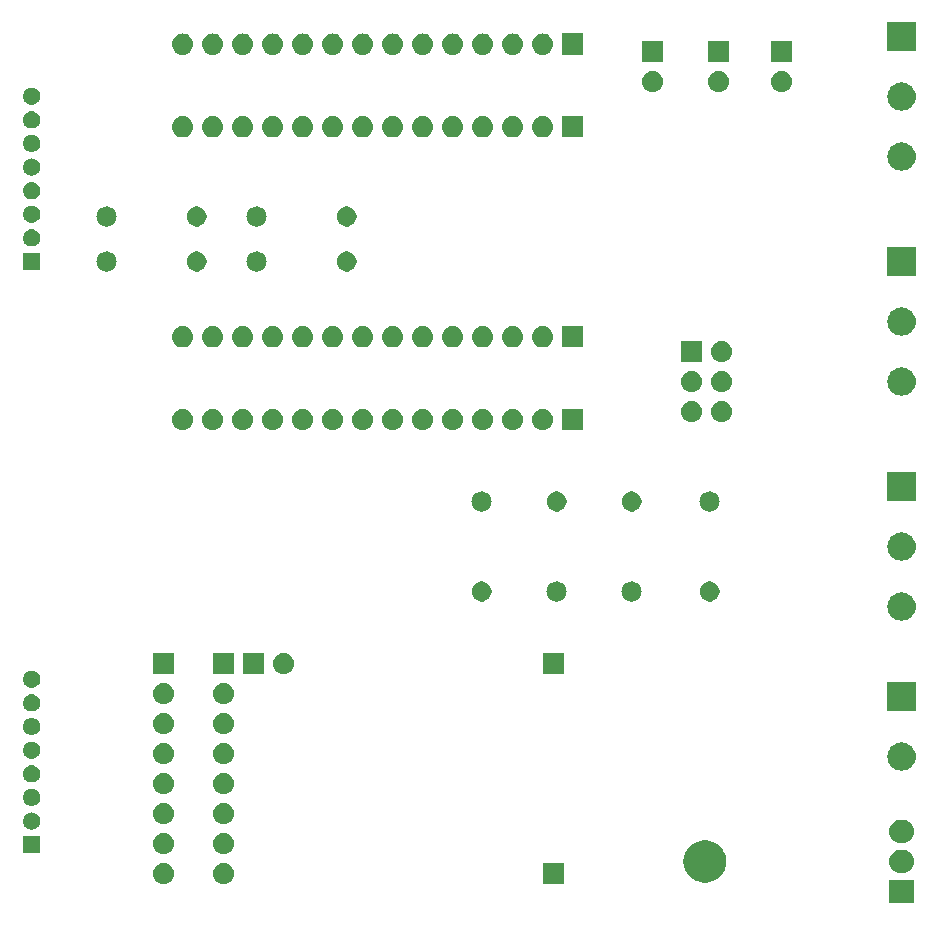
<source format=gbr>
G04 #@! TF.GenerationSoftware,KiCad,Pcbnew,(5.1.4)-1*
G04 #@! TF.CreationDate,2020-01-23T23:33:44-05:00*
G04 #@! TF.ProjectId,ECVTProtoBoard,45435654-5072-46f7-946f-426f6172642e,rev?*
G04 #@! TF.SameCoordinates,Original*
G04 #@! TF.FileFunction,Soldermask,Top*
G04 #@! TF.FilePolarity,Negative*
%FSLAX46Y46*%
G04 Gerber Fmt 4.6, Leading zero omitted, Abs format (unit mm)*
G04 Created by KiCad (PCBNEW (5.1.4)-1) date 2020-01-23 23:33:44*
%MOMM*%
%LPD*%
G04 APERTURE LIST*
%ADD10C,0.100000*%
G04 APERTURE END LIST*
D10*
G36*
X164881000Y-144513500D02*
G01*
X162779000Y-144513500D01*
X162779000Y-142506500D01*
X164881000Y-142506500D01*
X164881000Y-144513500D01*
X164881000Y-144513500D01*
G37*
G36*
X106536442Y-141091518D02*
G01*
X106602627Y-141098037D01*
X106772466Y-141149557D01*
X106772468Y-141149558D01*
X106850729Y-141191390D01*
X106928991Y-141233222D01*
X106964729Y-141262552D01*
X107066186Y-141345814D01*
X107149448Y-141447271D01*
X107178778Y-141483009D01*
X107262443Y-141639534D01*
X107313963Y-141809373D01*
X107331359Y-141986000D01*
X107313963Y-142162627D01*
X107262443Y-142332466D01*
X107178778Y-142488991D01*
X107149448Y-142524729D01*
X107066186Y-142626186D01*
X106964729Y-142709448D01*
X106928991Y-142738778D01*
X106772466Y-142822443D01*
X106602627Y-142873963D01*
X106536442Y-142880482D01*
X106470260Y-142887000D01*
X106381740Y-142887000D01*
X106315558Y-142880482D01*
X106249373Y-142873963D01*
X106079534Y-142822443D01*
X105923009Y-142738778D01*
X105887271Y-142709448D01*
X105785814Y-142626186D01*
X105702552Y-142524729D01*
X105673222Y-142488991D01*
X105589557Y-142332466D01*
X105538037Y-142162627D01*
X105520641Y-141986000D01*
X105538037Y-141809373D01*
X105589557Y-141639534D01*
X105673222Y-141483009D01*
X105702552Y-141447271D01*
X105785814Y-141345814D01*
X105887271Y-141262552D01*
X105923009Y-141233222D01*
X106001271Y-141191390D01*
X106079532Y-141149558D01*
X106079534Y-141149557D01*
X106249373Y-141098037D01*
X106315558Y-141091518D01*
X106381740Y-141085000D01*
X106470260Y-141085000D01*
X106536442Y-141091518D01*
X106536442Y-141091518D01*
G37*
G36*
X101456442Y-141091518D02*
G01*
X101522627Y-141098037D01*
X101692466Y-141149557D01*
X101692468Y-141149558D01*
X101770729Y-141191390D01*
X101848991Y-141233222D01*
X101884729Y-141262552D01*
X101986186Y-141345814D01*
X102069448Y-141447271D01*
X102098778Y-141483009D01*
X102182443Y-141639534D01*
X102233963Y-141809373D01*
X102251359Y-141986000D01*
X102233963Y-142162627D01*
X102182443Y-142332466D01*
X102098778Y-142488991D01*
X102069448Y-142524729D01*
X101986186Y-142626186D01*
X101884729Y-142709448D01*
X101848991Y-142738778D01*
X101692466Y-142822443D01*
X101522627Y-142873963D01*
X101456442Y-142880482D01*
X101390260Y-142887000D01*
X101301740Y-142887000D01*
X101235558Y-142880482D01*
X101169373Y-142873963D01*
X100999534Y-142822443D01*
X100843009Y-142738778D01*
X100807271Y-142709448D01*
X100705814Y-142626186D01*
X100622552Y-142524729D01*
X100593222Y-142488991D01*
X100509557Y-142332466D01*
X100458037Y-142162627D01*
X100440641Y-141986000D01*
X100458037Y-141809373D01*
X100509557Y-141639534D01*
X100593222Y-141483009D01*
X100622552Y-141447271D01*
X100705814Y-141345814D01*
X100807271Y-141262552D01*
X100843009Y-141233222D01*
X100921271Y-141191390D01*
X100999532Y-141149558D01*
X100999534Y-141149557D01*
X101169373Y-141098037D01*
X101235558Y-141091518D01*
X101301740Y-141085000D01*
X101390260Y-141085000D01*
X101456442Y-141091518D01*
X101456442Y-141091518D01*
G37*
G36*
X135267000Y-142887000D02*
G01*
X133465000Y-142887000D01*
X133465000Y-141085000D01*
X135267000Y-141085000D01*
X135267000Y-142887000D01*
X135267000Y-142887000D01*
G37*
G36*
X147346669Y-139177686D02*
G01*
X147523058Y-139195059D01*
X147862548Y-139298042D01*
X147862550Y-139298043D01*
X148175422Y-139465277D01*
X148449661Y-139690339D01*
X148674723Y-139964578D01*
X148739723Y-140086185D01*
X148841958Y-140277452D01*
X148944941Y-140616942D01*
X148979714Y-140970000D01*
X148944941Y-141323058D01*
X148848939Y-141639534D01*
X148841957Y-141662550D01*
X148674723Y-141975422D01*
X148449661Y-142249661D01*
X148175422Y-142474723D01*
X147892057Y-142626185D01*
X147862548Y-142641958D01*
X147523058Y-142744941D01*
X147346669Y-142762314D01*
X147258476Y-142771000D01*
X147081524Y-142771000D01*
X146993331Y-142762314D01*
X146816942Y-142744941D01*
X146477452Y-142641958D01*
X146447943Y-142626185D01*
X146164578Y-142474723D01*
X145890339Y-142249661D01*
X145665277Y-141975422D01*
X145498043Y-141662550D01*
X145491061Y-141639534D01*
X145395059Y-141323058D01*
X145360286Y-140970000D01*
X145395059Y-140616942D01*
X145498042Y-140277452D01*
X145600277Y-140086185D01*
X145665277Y-139964578D01*
X145890339Y-139690339D01*
X146164578Y-139465277D01*
X146477450Y-139298043D01*
X146477452Y-139298042D01*
X146816942Y-139195059D01*
X146993331Y-139177686D01*
X147081524Y-139169000D01*
X147258476Y-139169000D01*
X147346669Y-139177686D01*
X147346669Y-139177686D01*
G37*
G36*
X163975936Y-139971340D02*
G01*
X164074220Y-139981020D01*
X164263381Y-140038401D01*
X164437712Y-140131583D01*
X164590515Y-140256985D01*
X164715917Y-140409788D01*
X164809099Y-140584119D01*
X164866480Y-140773280D01*
X164885855Y-140970000D01*
X164866480Y-141166720D01*
X164809099Y-141355881D01*
X164715917Y-141530212D01*
X164590515Y-141683015D01*
X164437712Y-141808417D01*
X164263381Y-141901599D01*
X164074220Y-141958980D01*
X163975936Y-141968660D01*
X163926795Y-141973500D01*
X163733205Y-141973500D01*
X163684064Y-141968660D01*
X163585780Y-141958980D01*
X163396619Y-141901599D01*
X163222288Y-141808417D01*
X163069485Y-141683015D01*
X162944083Y-141530212D01*
X162850901Y-141355881D01*
X162793520Y-141166720D01*
X162774145Y-140970000D01*
X162793520Y-140773280D01*
X162850901Y-140584119D01*
X162944083Y-140409788D01*
X163069485Y-140256985D01*
X163222288Y-140131583D01*
X163396619Y-140038401D01*
X163585780Y-139981020D01*
X163684064Y-139971340D01*
X163733205Y-139966500D01*
X163926795Y-139966500D01*
X163975936Y-139971340D01*
X163975936Y-139971340D01*
G37*
G36*
X106536443Y-138551519D02*
G01*
X106602627Y-138558037D01*
X106772466Y-138609557D01*
X106772468Y-138609558D01*
X106850729Y-138651390D01*
X106928991Y-138693222D01*
X106964729Y-138722552D01*
X107066186Y-138805814D01*
X107149448Y-138907271D01*
X107178778Y-138943009D01*
X107262443Y-139099534D01*
X107313963Y-139269373D01*
X107331359Y-139446000D01*
X107313963Y-139622627D01*
X107262443Y-139792466D01*
X107178778Y-139948991D01*
X107152492Y-139981020D01*
X107066186Y-140086186D01*
X106964729Y-140169448D01*
X106928991Y-140198778D01*
X106928989Y-140198779D01*
X106781804Y-140277452D01*
X106772466Y-140282443D01*
X106602627Y-140333963D01*
X106536442Y-140340482D01*
X106470260Y-140347000D01*
X106381740Y-140347000D01*
X106315558Y-140340482D01*
X106249373Y-140333963D01*
X106079534Y-140282443D01*
X106070197Y-140277452D01*
X105923011Y-140198779D01*
X105923009Y-140198778D01*
X105887271Y-140169448D01*
X105785814Y-140086186D01*
X105699508Y-139981020D01*
X105673222Y-139948991D01*
X105589557Y-139792466D01*
X105538037Y-139622627D01*
X105520641Y-139446000D01*
X105538037Y-139269373D01*
X105589557Y-139099534D01*
X105673222Y-138943009D01*
X105702552Y-138907271D01*
X105785814Y-138805814D01*
X105887271Y-138722552D01*
X105923009Y-138693222D01*
X106001271Y-138651390D01*
X106079532Y-138609558D01*
X106079534Y-138609557D01*
X106249373Y-138558037D01*
X106315557Y-138551519D01*
X106381740Y-138545000D01*
X106470260Y-138545000D01*
X106536443Y-138551519D01*
X106536443Y-138551519D01*
G37*
G36*
X101456443Y-138551519D02*
G01*
X101522627Y-138558037D01*
X101692466Y-138609557D01*
X101692468Y-138609558D01*
X101770729Y-138651390D01*
X101848991Y-138693222D01*
X101884729Y-138722552D01*
X101986186Y-138805814D01*
X102069448Y-138907271D01*
X102098778Y-138943009D01*
X102182443Y-139099534D01*
X102233963Y-139269373D01*
X102251359Y-139446000D01*
X102233963Y-139622627D01*
X102182443Y-139792466D01*
X102098778Y-139948991D01*
X102072492Y-139981020D01*
X101986186Y-140086186D01*
X101884729Y-140169448D01*
X101848991Y-140198778D01*
X101848989Y-140198779D01*
X101701804Y-140277452D01*
X101692466Y-140282443D01*
X101522627Y-140333963D01*
X101456442Y-140340482D01*
X101390260Y-140347000D01*
X101301740Y-140347000D01*
X101235558Y-140340482D01*
X101169373Y-140333963D01*
X100999534Y-140282443D01*
X100990197Y-140277452D01*
X100843011Y-140198779D01*
X100843009Y-140198778D01*
X100807271Y-140169448D01*
X100705814Y-140086186D01*
X100619508Y-139981020D01*
X100593222Y-139948991D01*
X100509557Y-139792466D01*
X100458037Y-139622627D01*
X100440641Y-139446000D01*
X100458037Y-139269373D01*
X100509557Y-139099534D01*
X100593222Y-138943009D01*
X100622552Y-138907271D01*
X100705814Y-138805814D01*
X100807271Y-138722552D01*
X100843009Y-138693222D01*
X100921271Y-138651390D01*
X100999532Y-138609558D01*
X100999534Y-138609557D01*
X101169373Y-138558037D01*
X101235557Y-138551519D01*
X101301740Y-138545000D01*
X101390260Y-138545000D01*
X101456443Y-138551519D01*
X101456443Y-138551519D01*
G37*
G36*
X90896000Y-140266000D02*
G01*
X89444000Y-140266000D01*
X89444000Y-138814000D01*
X90896000Y-138814000D01*
X90896000Y-140266000D01*
X90896000Y-140266000D01*
G37*
G36*
X163975936Y-137431340D02*
G01*
X164074220Y-137441020D01*
X164263381Y-137498401D01*
X164437712Y-137591583D01*
X164590515Y-137716985D01*
X164715917Y-137869788D01*
X164809099Y-138044119D01*
X164866480Y-138233280D01*
X164885855Y-138430000D01*
X164866480Y-138626720D01*
X164809099Y-138815881D01*
X164715917Y-138990212D01*
X164590515Y-139143015D01*
X164437712Y-139268417D01*
X164263381Y-139361599D01*
X164074220Y-139418980D01*
X163975936Y-139428660D01*
X163926795Y-139433500D01*
X163733205Y-139433500D01*
X163684064Y-139428660D01*
X163585780Y-139418980D01*
X163396619Y-139361599D01*
X163222288Y-139268417D01*
X163069485Y-139143015D01*
X162944083Y-138990212D01*
X162850901Y-138815881D01*
X162793520Y-138626720D01*
X162774145Y-138430000D01*
X162793520Y-138233280D01*
X162850901Y-138044119D01*
X162944083Y-137869788D01*
X163069485Y-137716985D01*
X163222288Y-137591583D01*
X163396619Y-137498401D01*
X163585780Y-137441020D01*
X163684064Y-137431340D01*
X163733205Y-137426500D01*
X163926795Y-137426500D01*
X163975936Y-137431340D01*
X163975936Y-137431340D01*
G37*
G36*
X90241213Y-136817502D02*
G01*
X90312321Y-136824505D01*
X90449172Y-136866019D01*
X90449175Y-136866020D01*
X90575294Y-136933432D01*
X90685843Y-137024157D01*
X90776568Y-137134706D01*
X90843980Y-137260825D01*
X90843981Y-137260828D01*
X90885495Y-137397679D01*
X90899512Y-137540000D01*
X90885495Y-137682321D01*
X90867257Y-137742442D01*
X90843980Y-137819175D01*
X90776568Y-137945294D01*
X90685843Y-138055843D01*
X90575294Y-138146568D01*
X90449175Y-138213980D01*
X90449172Y-138213981D01*
X90312321Y-138255495D01*
X90241213Y-138262498D01*
X90205660Y-138266000D01*
X90134340Y-138266000D01*
X90098787Y-138262498D01*
X90027679Y-138255495D01*
X89890828Y-138213981D01*
X89890825Y-138213980D01*
X89764706Y-138146568D01*
X89654157Y-138055843D01*
X89563432Y-137945294D01*
X89496020Y-137819175D01*
X89472743Y-137742442D01*
X89454505Y-137682321D01*
X89440488Y-137540000D01*
X89454505Y-137397679D01*
X89496019Y-137260828D01*
X89496020Y-137260825D01*
X89563432Y-137134706D01*
X89654157Y-137024157D01*
X89764706Y-136933432D01*
X89890825Y-136866020D01*
X89890828Y-136866019D01*
X90027679Y-136824505D01*
X90098787Y-136817502D01*
X90134340Y-136814000D01*
X90205660Y-136814000D01*
X90241213Y-136817502D01*
X90241213Y-136817502D01*
G37*
G36*
X101456443Y-136011519D02*
G01*
X101522627Y-136018037D01*
X101692466Y-136069557D01*
X101848991Y-136153222D01*
X101884729Y-136182552D01*
X101986186Y-136265814D01*
X102069448Y-136367271D01*
X102098778Y-136403009D01*
X102182443Y-136559534D01*
X102233963Y-136729373D01*
X102251359Y-136906000D01*
X102233963Y-137082627D01*
X102182443Y-137252466D01*
X102098778Y-137408991D01*
X102072492Y-137441020D01*
X101986186Y-137546186D01*
X101884729Y-137629448D01*
X101848991Y-137658778D01*
X101692466Y-137742443D01*
X101522627Y-137793963D01*
X101456443Y-137800481D01*
X101390260Y-137807000D01*
X101301740Y-137807000D01*
X101235557Y-137800481D01*
X101169373Y-137793963D01*
X100999534Y-137742443D01*
X100843009Y-137658778D01*
X100807271Y-137629448D01*
X100705814Y-137546186D01*
X100619508Y-137441020D01*
X100593222Y-137408991D01*
X100509557Y-137252466D01*
X100458037Y-137082627D01*
X100440641Y-136906000D01*
X100458037Y-136729373D01*
X100509557Y-136559534D01*
X100593222Y-136403009D01*
X100622552Y-136367271D01*
X100705814Y-136265814D01*
X100807271Y-136182552D01*
X100843009Y-136153222D01*
X100999534Y-136069557D01*
X101169373Y-136018037D01*
X101235557Y-136011519D01*
X101301740Y-136005000D01*
X101390260Y-136005000D01*
X101456443Y-136011519D01*
X101456443Y-136011519D01*
G37*
G36*
X106536443Y-136011519D02*
G01*
X106602627Y-136018037D01*
X106772466Y-136069557D01*
X106928991Y-136153222D01*
X106964729Y-136182552D01*
X107066186Y-136265814D01*
X107149448Y-136367271D01*
X107178778Y-136403009D01*
X107262443Y-136559534D01*
X107313963Y-136729373D01*
X107331359Y-136906000D01*
X107313963Y-137082627D01*
X107262443Y-137252466D01*
X107178778Y-137408991D01*
X107152492Y-137441020D01*
X107066186Y-137546186D01*
X106964729Y-137629448D01*
X106928991Y-137658778D01*
X106772466Y-137742443D01*
X106602627Y-137793963D01*
X106536443Y-137800481D01*
X106470260Y-137807000D01*
X106381740Y-137807000D01*
X106315557Y-137800481D01*
X106249373Y-137793963D01*
X106079534Y-137742443D01*
X105923009Y-137658778D01*
X105887271Y-137629448D01*
X105785814Y-137546186D01*
X105699508Y-137441020D01*
X105673222Y-137408991D01*
X105589557Y-137252466D01*
X105538037Y-137082627D01*
X105520641Y-136906000D01*
X105538037Y-136729373D01*
X105589557Y-136559534D01*
X105673222Y-136403009D01*
X105702552Y-136367271D01*
X105785814Y-136265814D01*
X105887271Y-136182552D01*
X105923009Y-136153222D01*
X106079534Y-136069557D01*
X106249373Y-136018037D01*
X106315557Y-136011519D01*
X106381740Y-136005000D01*
X106470260Y-136005000D01*
X106536443Y-136011519D01*
X106536443Y-136011519D01*
G37*
G36*
X90241213Y-134817502D02*
G01*
X90312321Y-134824505D01*
X90449172Y-134866019D01*
X90449175Y-134866020D01*
X90575294Y-134933432D01*
X90685843Y-135024157D01*
X90776568Y-135134706D01*
X90843980Y-135260825D01*
X90843981Y-135260828D01*
X90885495Y-135397679D01*
X90899512Y-135540000D01*
X90885495Y-135682321D01*
X90843981Y-135819172D01*
X90843980Y-135819175D01*
X90776568Y-135945294D01*
X90685843Y-136055843D01*
X90575294Y-136146568D01*
X90449175Y-136213980D01*
X90449172Y-136213981D01*
X90312321Y-136255495D01*
X90241213Y-136262498D01*
X90205660Y-136266000D01*
X90134340Y-136266000D01*
X90098787Y-136262498D01*
X90027679Y-136255495D01*
X89890828Y-136213981D01*
X89890825Y-136213980D01*
X89764706Y-136146568D01*
X89654157Y-136055843D01*
X89563432Y-135945294D01*
X89496020Y-135819175D01*
X89496019Y-135819172D01*
X89454505Y-135682321D01*
X89440488Y-135540000D01*
X89454505Y-135397679D01*
X89496019Y-135260828D01*
X89496020Y-135260825D01*
X89563432Y-135134706D01*
X89654157Y-135024157D01*
X89764706Y-134933432D01*
X89890825Y-134866020D01*
X89890828Y-134866019D01*
X90027679Y-134824505D01*
X90098787Y-134817502D01*
X90134340Y-134814000D01*
X90205660Y-134814000D01*
X90241213Y-134817502D01*
X90241213Y-134817502D01*
G37*
G36*
X101456442Y-133471518D02*
G01*
X101522627Y-133478037D01*
X101692466Y-133529557D01*
X101848991Y-133613222D01*
X101884729Y-133642552D01*
X101986186Y-133725814D01*
X102062802Y-133819172D01*
X102098778Y-133863009D01*
X102182443Y-134019534D01*
X102233963Y-134189373D01*
X102251359Y-134366000D01*
X102233963Y-134542627D01*
X102182443Y-134712466D01*
X102098778Y-134868991D01*
X102069448Y-134904729D01*
X101986186Y-135006186D01*
X101884729Y-135089448D01*
X101848991Y-135118778D01*
X101692466Y-135202443D01*
X101522627Y-135253963D01*
X101456443Y-135260481D01*
X101390260Y-135267000D01*
X101301740Y-135267000D01*
X101235557Y-135260481D01*
X101169373Y-135253963D01*
X100999534Y-135202443D01*
X100843009Y-135118778D01*
X100807271Y-135089448D01*
X100705814Y-135006186D01*
X100622552Y-134904729D01*
X100593222Y-134868991D01*
X100509557Y-134712466D01*
X100458037Y-134542627D01*
X100440641Y-134366000D01*
X100458037Y-134189373D01*
X100509557Y-134019534D01*
X100593222Y-133863009D01*
X100629198Y-133819172D01*
X100705814Y-133725814D01*
X100807271Y-133642552D01*
X100843009Y-133613222D01*
X100999534Y-133529557D01*
X101169373Y-133478037D01*
X101235558Y-133471518D01*
X101301740Y-133465000D01*
X101390260Y-133465000D01*
X101456442Y-133471518D01*
X101456442Y-133471518D01*
G37*
G36*
X106536442Y-133471518D02*
G01*
X106602627Y-133478037D01*
X106772466Y-133529557D01*
X106928991Y-133613222D01*
X106964729Y-133642552D01*
X107066186Y-133725814D01*
X107142802Y-133819172D01*
X107178778Y-133863009D01*
X107262443Y-134019534D01*
X107313963Y-134189373D01*
X107331359Y-134366000D01*
X107313963Y-134542627D01*
X107262443Y-134712466D01*
X107178778Y-134868991D01*
X107149448Y-134904729D01*
X107066186Y-135006186D01*
X106964729Y-135089448D01*
X106928991Y-135118778D01*
X106772466Y-135202443D01*
X106602627Y-135253963D01*
X106536443Y-135260481D01*
X106470260Y-135267000D01*
X106381740Y-135267000D01*
X106315557Y-135260481D01*
X106249373Y-135253963D01*
X106079534Y-135202443D01*
X105923009Y-135118778D01*
X105887271Y-135089448D01*
X105785814Y-135006186D01*
X105702552Y-134904729D01*
X105673222Y-134868991D01*
X105589557Y-134712466D01*
X105538037Y-134542627D01*
X105520641Y-134366000D01*
X105538037Y-134189373D01*
X105589557Y-134019534D01*
X105673222Y-133863009D01*
X105709198Y-133819172D01*
X105785814Y-133725814D01*
X105887271Y-133642552D01*
X105923009Y-133613222D01*
X106079534Y-133529557D01*
X106249373Y-133478037D01*
X106315558Y-133471518D01*
X106381740Y-133465000D01*
X106470260Y-133465000D01*
X106536442Y-133471518D01*
X106536442Y-133471518D01*
G37*
G36*
X90241213Y-132817502D02*
G01*
X90312321Y-132824505D01*
X90449172Y-132866019D01*
X90449175Y-132866020D01*
X90575294Y-132933432D01*
X90685843Y-133024157D01*
X90776568Y-133134706D01*
X90843980Y-133260825D01*
X90843981Y-133260828D01*
X90885495Y-133397679D01*
X90899512Y-133540000D01*
X90885495Y-133682321D01*
X90872301Y-133725814D01*
X90843980Y-133819175D01*
X90776568Y-133945294D01*
X90685843Y-134055843D01*
X90575294Y-134146568D01*
X90449175Y-134213980D01*
X90449172Y-134213981D01*
X90312321Y-134255495D01*
X90241213Y-134262498D01*
X90205660Y-134266000D01*
X90134340Y-134266000D01*
X90098787Y-134262498D01*
X90027679Y-134255495D01*
X89890828Y-134213981D01*
X89890825Y-134213980D01*
X89764706Y-134146568D01*
X89654157Y-134055843D01*
X89563432Y-133945294D01*
X89496020Y-133819175D01*
X89467699Y-133725814D01*
X89454505Y-133682321D01*
X89440488Y-133540000D01*
X89454505Y-133397679D01*
X89496019Y-133260828D01*
X89496020Y-133260825D01*
X89563432Y-133134706D01*
X89654157Y-133024157D01*
X89764706Y-132933432D01*
X89890825Y-132866020D01*
X89890828Y-132866019D01*
X90027679Y-132824505D01*
X90098787Y-132817502D01*
X90134340Y-132814000D01*
X90205660Y-132814000D01*
X90241213Y-132817502D01*
X90241213Y-132817502D01*
G37*
G36*
X164065437Y-130896378D02*
G01*
X164291827Y-130965052D01*
X164500468Y-131076573D01*
X164683344Y-131226656D01*
X164833427Y-131409532D01*
X164944948Y-131618173D01*
X165013622Y-131844563D01*
X165036811Y-132080000D01*
X165013622Y-132315437D01*
X164944948Y-132541827D01*
X164833427Y-132750468D01*
X164683344Y-132933344D01*
X164500468Y-133083427D01*
X164291827Y-133194948D01*
X164065437Y-133263622D01*
X163888999Y-133281000D01*
X163771001Y-133281000D01*
X163594563Y-133263622D01*
X163368173Y-133194948D01*
X163159532Y-133083427D01*
X162976656Y-132933344D01*
X162826573Y-132750468D01*
X162715052Y-132541827D01*
X162646378Y-132315437D01*
X162623189Y-132080000D01*
X162646378Y-131844563D01*
X162715052Y-131618173D01*
X162826573Y-131409532D01*
X162976656Y-131226656D01*
X163159532Y-131076573D01*
X163368173Y-130965052D01*
X163594563Y-130896378D01*
X163771001Y-130879000D01*
X163888999Y-130879000D01*
X164065437Y-130896378D01*
X164065437Y-130896378D01*
G37*
G36*
X101456443Y-130931519D02*
G01*
X101522627Y-130938037D01*
X101692466Y-130989557D01*
X101848991Y-131073222D01*
X101884729Y-131102552D01*
X101986186Y-131185814D01*
X102047745Y-131260825D01*
X102098778Y-131323009D01*
X102182443Y-131479534D01*
X102233963Y-131649373D01*
X102251359Y-131826000D01*
X102233963Y-132002627D01*
X102182443Y-132172466D01*
X102098778Y-132328991D01*
X102069448Y-132364729D01*
X101986186Y-132466186D01*
X101894016Y-132541827D01*
X101848991Y-132578778D01*
X101692466Y-132662443D01*
X101522627Y-132713963D01*
X101456443Y-132720481D01*
X101390260Y-132727000D01*
X101301740Y-132727000D01*
X101235557Y-132720481D01*
X101169373Y-132713963D01*
X100999534Y-132662443D01*
X100843009Y-132578778D01*
X100797984Y-132541827D01*
X100705814Y-132466186D01*
X100622552Y-132364729D01*
X100593222Y-132328991D01*
X100509557Y-132172466D01*
X100458037Y-132002627D01*
X100440641Y-131826000D01*
X100458037Y-131649373D01*
X100509557Y-131479534D01*
X100593222Y-131323009D01*
X100644255Y-131260825D01*
X100705814Y-131185814D01*
X100807271Y-131102552D01*
X100843009Y-131073222D01*
X100999534Y-130989557D01*
X101169373Y-130938037D01*
X101235557Y-130931519D01*
X101301740Y-130925000D01*
X101390260Y-130925000D01*
X101456443Y-130931519D01*
X101456443Y-130931519D01*
G37*
G36*
X106536443Y-130931519D02*
G01*
X106602627Y-130938037D01*
X106772466Y-130989557D01*
X106928991Y-131073222D01*
X106964729Y-131102552D01*
X107066186Y-131185814D01*
X107127745Y-131260825D01*
X107178778Y-131323009D01*
X107262443Y-131479534D01*
X107313963Y-131649373D01*
X107331359Y-131826000D01*
X107313963Y-132002627D01*
X107262443Y-132172466D01*
X107178778Y-132328991D01*
X107149448Y-132364729D01*
X107066186Y-132466186D01*
X106974016Y-132541827D01*
X106928991Y-132578778D01*
X106772466Y-132662443D01*
X106602627Y-132713963D01*
X106536443Y-132720481D01*
X106470260Y-132727000D01*
X106381740Y-132727000D01*
X106315557Y-132720481D01*
X106249373Y-132713963D01*
X106079534Y-132662443D01*
X105923009Y-132578778D01*
X105877984Y-132541827D01*
X105785814Y-132466186D01*
X105702552Y-132364729D01*
X105673222Y-132328991D01*
X105589557Y-132172466D01*
X105538037Y-132002627D01*
X105520641Y-131826000D01*
X105538037Y-131649373D01*
X105589557Y-131479534D01*
X105673222Y-131323009D01*
X105724255Y-131260825D01*
X105785814Y-131185814D01*
X105887271Y-131102552D01*
X105923009Y-131073222D01*
X106079534Y-130989557D01*
X106249373Y-130938037D01*
X106315557Y-130931519D01*
X106381740Y-130925000D01*
X106470260Y-130925000D01*
X106536443Y-130931519D01*
X106536443Y-130931519D01*
G37*
G36*
X90241213Y-130817502D02*
G01*
X90312321Y-130824505D01*
X90449172Y-130866019D01*
X90449175Y-130866020D01*
X90575294Y-130933432D01*
X90685843Y-131024157D01*
X90776568Y-131134706D01*
X90843980Y-131260825D01*
X90843981Y-131260828D01*
X90885495Y-131397679D01*
X90899512Y-131540000D01*
X90885495Y-131682321D01*
X90843981Y-131819172D01*
X90843980Y-131819175D01*
X90776568Y-131945294D01*
X90685843Y-132055843D01*
X90575294Y-132146568D01*
X90449175Y-132213980D01*
X90449172Y-132213981D01*
X90312321Y-132255495D01*
X90241213Y-132262498D01*
X90205660Y-132266000D01*
X90134340Y-132266000D01*
X90098787Y-132262498D01*
X90027679Y-132255495D01*
X89890828Y-132213981D01*
X89890825Y-132213980D01*
X89764706Y-132146568D01*
X89654157Y-132055843D01*
X89563432Y-131945294D01*
X89496020Y-131819175D01*
X89496019Y-131819172D01*
X89454505Y-131682321D01*
X89440488Y-131540000D01*
X89454505Y-131397679D01*
X89496019Y-131260828D01*
X89496020Y-131260825D01*
X89563432Y-131134706D01*
X89654157Y-131024157D01*
X89764706Y-130933432D01*
X89890825Y-130866020D01*
X89890828Y-130866019D01*
X90027679Y-130824505D01*
X90098787Y-130817502D01*
X90134340Y-130814000D01*
X90205660Y-130814000D01*
X90241213Y-130817502D01*
X90241213Y-130817502D01*
G37*
G36*
X90241213Y-128817502D02*
G01*
X90312321Y-128824505D01*
X90449172Y-128866019D01*
X90449175Y-128866020D01*
X90575294Y-128933432D01*
X90685843Y-129024157D01*
X90776568Y-129134706D01*
X90843980Y-129260825D01*
X90843981Y-129260828D01*
X90885495Y-129397679D01*
X90899512Y-129540000D01*
X90885495Y-129682321D01*
X90853137Y-129788989D01*
X90843980Y-129819175D01*
X90776568Y-129945294D01*
X90685843Y-130055843D01*
X90575294Y-130146568D01*
X90449175Y-130213980D01*
X90449172Y-130213981D01*
X90312321Y-130255495D01*
X90241213Y-130262498D01*
X90205660Y-130266000D01*
X90134340Y-130266000D01*
X90098787Y-130262498D01*
X90027679Y-130255495D01*
X89890828Y-130213981D01*
X89890825Y-130213980D01*
X89764706Y-130146568D01*
X89654157Y-130055843D01*
X89563432Y-129945294D01*
X89496020Y-129819175D01*
X89486863Y-129788989D01*
X89454505Y-129682321D01*
X89440488Y-129540000D01*
X89454505Y-129397679D01*
X89496019Y-129260828D01*
X89496020Y-129260825D01*
X89563432Y-129134706D01*
X89654157Y-129024157D01*
X89764706Y-128933432D01*
X89890825Y-128866020D01*
X89890828Y-128866019D01*
X90027679Y-128824505D01*
X90098787Y-128817502D01*
X90134340Y-128814000D01*
X90205660Y-128814000D01*
X90241213Y-128817502D01*
X90241213Y-128817502D01*
G37*
G36*
X106536443Y-128391519D02*
G01*
X106602627Y-128398037D01*
X106772466Y-128449557D01*
X106928991Y-128533222D01*
X106964729Y-128562552D01*
X107066186Y-128645814D01*
X107149448Y-128747271D01*
X107178778Y-128783009D01*
X107262443Y-128939534D01*
X107313963Y-129109373D01*
X107331359Y-129286000D01*
X107313963Y-129462627D01*
X107262443Y-129632466D01*
X107178778Y-129788991D01*
X107154009Y-129819172D01*
X107066186Y-129926186D01*
X106964729Y-130009448D01*
X106928991Y-130038778D01*
X106772466Y-130122443D01*
X106602627Y-130173963D01*
X106536443Y-130180481D01*
X106470260Y-130187000D01*
X106381740Y-130187000D01*
X106315557Y-130180481D01*
X106249373Y-130173963D01*
X106079534Y-130122443D01*
X105923009Y-130038778D01*
X105887271Y-130009448D01*
X105785814Y-129926186D01*
X105697991Y-129819172D01*
X105673222Y-129788991D01*
X105589557Y-129632466D01*
X105538037Y-129462627D01*
X105520641Y-129286000D01*
X105538037Y-129109373D01*
X105589557Y-128939534D01*
X105673222Y-128783009D01*
X105702552Y-128747271D01*
X105785814Y-128645814D01*
X105887271Y-128562552D01*
X105923009Y-128533222D01*
X106079534Y-128449557D01*
X106249373Y-128398037D01*
X106315557Y-128391519D01*
X106381740Y-128385000D01*
X106470260Y-128385000D01*
X106536443Y-128391519D01*
X106536443Y-128391519D01*
G37*
G36*
X101456443Y-128391519D02*
G01*
X101522627Y-128398037D01*
X101692466Y-128449557D01*
X101848991Y-128533222D01*
X101884729Y-128562552D01*
X101986186Y-128645814D01*
X102069448Y-128747271D01*
X102098778Y-128783009D01*
X102182443Y-128939534D01*
X102233963Y-129109373D01*
X102251359Y-129286000D01*
X102233963Y-129462627D01*
X102182443Y-129632466D01*
X102098778Y-129788991D01*
X102074009Y-129819172D01*
X101986186Y-129926186D01*
X101884729Y-130009448D01*
X101848991Y-130038778D01*
X101692466Y-130122443D01*
X101522627Y-130173963D01*
X101456443Y-130180481D01*
X101390260Y-130187000D01*
X101301740Y-130187000D01*
X101235557Y-130180481D01*
X101169373Y-130173963D01*
X100999534Y-130122443D01*
X100843009Y-130038778D01*
X100807271Y-130009448D01*
X100705814Y-129926186D01*
X100617991Y-129819172D01*
X100593222Y-129788991D01*
X100509557Y-129632466D01*
X100458037Y-129462627D01*
X100440641Y-129286000D01*
X100458037Y-129109373D01*
X100509557Y-128939534D01*
X100593222Y-128783009D01*
X100622552Y-128747271D01*
X100705814Y-128645814D01*
X100807271Y-128562552D01*
X100843009Y-128533222D01*
X100999534Y-128449557D01*
X101169373Y-128398037D01*
X101235557Y-128391519D01*
X101301740Y-128385000D01*
X101390260Y-128385000D01*
X101456443Y-128391519D01*
X101456443Y-128391519D01*
G37*
G36*
X90241213Y-126817502D02*
G01*
X90312321Y-126824505D01*
X90449172Y-126866019D01*
X90449175Y-126866020D01*
X90575294Y-126933432D01*
X90685843Y-127024157D01*
X90776568Y-127134706D01*
X90843980Y-127260825D01*
X90843981Y-127260828D01*
X90885495Y-127397679D01*
X90899512Y-127540000D01*
X90885495Y-127682321D01*
X90843981Y-127819172D01*
X90843980Y-127819175D01*
X90776568Y-127945294D01*
X90685843Y-128055843D01*
X90575294Y-128146568D01*
X90449175Y-128213980D01*
X90449172Y-128213981D01*
X90312321Y-128255495D01*
X90241213Y-128262498D01*
X90205660Y-128266000D01*
X90134340Y-128266000D01*
X90098787Y-128262498D01*
X90027679Y-128255495D01*
X89890828Y-128213981D01*
X89890825Y-128213980D01*
X89764706Y-128146568D01*
X89654157Y-128055843D01*
X89563432Y-127945294D01*
X89496020Y-127819175D01*
X89496019Y-127819172D01*
X89454505Y-127682321D01*
X89440488Y-127540000D01*
X89454505Y-127397679D01*
X89496019Y-127260828D01*
X89496020Y-127260825D01*
X89563432Y-127134706D01*
X89654157Y-127024157D01*
X89764706Y-126933432D01*
X89890825Y-126866020D01*
X89890828Y-126866019D01*
X90027679Y-126824505D01*
X90098787Y-126817502D01*
X90134340Y-126814000D01*
X90205660Y-126814000D01*
X90241213Y-126817502D01*
X90241213Y-126817502D01*
G37*
G36*
X165031000Y-128201000D02*
G01*
X162629000Y-128201000D01*
X162629000Y-125799000D01*
X165031000Y-125799000D01*
X165031000Y-128201000D01*
X165031000Y-128201000D01*
G37*
G36*
X106536442Y-125851518D02*
G01*
X106602627Y-125858037D01*
X106772466Y-125909557D01*
X106928991Y-125993222D01*
X106964729Y-126022552D01*
X107066186Y-126105814D01*
X107149448Y-126207271D01*
X107178778Y-126243009D01*
X107262443Y-126399534D01*
X107313963Y-126569373D01*
X107331359Y-126746000D01*
X107313963Y-126922627D01*
X107262443Y-127092466D01*
X107178778Y-127248991D01*
X107149448Y-127284729D01*
X107066186Y-127386186D01*
X106964729Y-127469448D01*
X106928991Y-127498778D01*
X106772466Y-127582443D01*
X106602627Y-127633963D01*
X106536442Y-127640482D01*
X106470260Y-127647000D01*
X106381740Y-127647000D01*
X106315558Y-127640482D01*
X106249373Y-127633963D01*
X106079534Y-127582443D01*
X105923009Y-127498778D01*
X105887271Y-127469448D01*
X105785814Y-127386186D01*
X105702552Y-127284729D01*
X105673222Y-127248991D01*
X105589557Y-127092466D01*
X105538037Y-126922627D01*
X105520641Y-126746000D01*
X105538037Y-126569373D01*
X105589557Y-126399534D01*
X105673222Y-126243009D01*
X105702552Y-126207271D01*
X105785814Y-126105814D01*
X105887271Y-126022552D01*
X105923009Y-125993222D01*
X106079534Y-125909557D01*
X106249373Y-125858037D01*
X106315558Y-125851518D01*
X106381740Y-125845000D01*
X106470260Y-125845000D01*
X106536442Y-125851518D01*
X106536442Y-125851518D01*
G37*
G36*
X101456442Y-125851518D02*
G01*
X101522627Y-125858037D01*
X101692466Y-125909557D01*
X101848991Y-125993222D01*
X101884729Y-126022552D01*
X101986186Y-126105814D01*
X102069448Y-126207271D01*
X102098778Y-126243009D01*
X102182443Y-126399534D01*
X102233963Y-126569373D01*
X102251359Y-126746000D01*
X102233963Y-126922627D01*
X102182443Y-127092466D01*
X102098778Y-127248991D01*
X102069448Y-127284729D01*
X101986186Y-127386186D01*
X101884729Y-127469448D01*
X101848991Y-127498778D01*
X101692466Y-127582443D01*
X101522627Y-127633963D01*
X101456442Y-127640482D01*
X101390260Y-127647000D01*
X101301740Y-127647000D01*
X101235558Y-127640482D01*
X101169373Y-127633963D01*
X100999534Y-127582443D01*
X100843009Y-127498778D01*
X100807271Y-127469448D01*
X100705814Y-127386186D01*
X100622552Y-127284729D01*
X100593222Y-127248991D01*
X100509557Y-127092466D01*
X100458037Y-126922627D01*
X100440641Y-126746000D01*
X100458037Y-126569373D01*
X100509557Y-126399534D01*
X100593222Y-126243009D01*
X100622552Y-126207271D01*
X100705814Y-126105814D01*
X100807271Y-126022552D01*
X100843009Y-125993222D01*
X100999534Y-125909557D01*
X101169373Y-125858037D01*
X101235558Y-125851518D01*
X101301740Y-125845000D01*
X101390260Y-125845000D01*
X101456442Y-125851518D01*
X101456442Y-125851518D01*
G37*
G36*
X90241213Y-124817502D02*
G01*
X90312321Y-124824505D01*
X90449172Y-124866019D01*
X90449175Y-124866020D01*
X90575294Y-124933432D01*
X90685843Y-125024157D01*
X90776568Y-125134706D01*
X90843980Y-125260825D01*
X90843981Y-125260828D01*
X90885495Y-125397679D01*
X90899512Y-125540000D01*
X90885495Y-125682321D01*
X90850100Y-125799000D01*
X90843980Y-125819175D01*
X90776568Y-125945294D01*
X90685843Y-126055843D01*
X90575294Y-126146568D01*
X90449175Y-126213980D01*
X90449172Y-126213981D01*
X90312321Y-126255495D01*
X90241213Y-126262498D01*
X90205660Y-126266000D01*
X90134340Y-126266000D01*
X90098787Y-126262498D01*
X90027679Y-126255495D01*
X89890828Y-126213981D01*
X89890825Y-126213980D01*
X89764706Y-126146568D01*
X89654157Y-126055843D01*
X89563432Y-125945294D01*
X89496020Y-125819175D01*
X89489900Y-125799000D01*
X89454505Y-125682321D01*
X89440488Y-125540000D01*
X89454505Y-125397679D01*
X89496019Y-125260828D01*
X89496020Y-125260825D01*
X89563432Y-125134706D01*
X89654157Y-125024157D01*
X89764706Y-124933432D01*
X89890825Y-124866020D01*
X89890828Y-124866019D01*
X90027679Y-124824505D01*
X90098787Y-124817502D01*
X90134340Y-124814000D01*
X90205660Y-124814000D01*
X90241213Y-124817502D01*
X90241213Y-124817502D01*
G37*
G36*
X111616442Y-123311518D02*
G01*
X111682627Y-123318037D01*
X111852466Y-123369557D01*
X112008991Y-123453222D01*
X112044729Y-123482552D01*
X112146186Y-123565814D01*
X112229448Y-123667271D01*
X112258778Y-123703009D01*
X112342443Y-123859534D01*
X112393963Y-124029373D01*
X112411359Y-124206000D01*
X112393963Y-124382627D01*
X112342443Y-124552466D01*
X112258778Y-124708991D01*
X112229448Y-124744729D01*
X112146186Y-124846186D01*
X112044729Y-124929448D01*
X112008991Y-124958778D01*
X112008989Y-124958779D01*
X111886677Y-125024157D01*
X111852466Y-125042443D01*
X111682627Y-125093963D01*
X111616443Y-125100481D01*
X111550260Y-125107000D01*
X111461740Y-125107000D01*
X111395557Y-125100481D01*
X111329373Y-125093963D01*
X111159534Y-125042443D01*
X111125324Y-125024157D01*
X111003011Y-124958779D01*
X111003009Y-124958778D01*
X110967271Y-124929448D01*
X110865814Y-124846186D01*
X110782552Y-124744729D01*
X110753222Y-124708991D01*
X110669557Y-124552466D01*
X110618037Y-124382627D01*
X110600641Y-124206000D01*
X110618037Y-124029373D01*
X110669557Y-123859534D01*
X110753222Y-123703009D01*
X110782552Y-123667271D01*
X110865814Y-123565814D01*
X110967271Y-123482552D01*
X111003009Y-123453222D01*
X111159534Y-123369557D01*
X111329373Y-123318037D01*
X111395558Y-123311518D01*
X111461740Y-123305000D01*
X111550260Y-123305000D01*
X111616442Y-123311518D01*
X111616442Y-123311518D01*
G37*
G36*
X102247000Y-125107000D02*
G01*
X100445000Y-125107000D01*
X100445000Y-123305000D01*
X102247000Y-123305000D01*
X102247000Y-125107000D01*
X102247000Y-125107000D01*
G37*
G36*
X135267000Y-125107000D02*
G01*
X133465000Y-125107000D01*
X133465000Y-123305000D01*
X135267000Y-123305000D01*
X135267000Y-125107000D01*
X135267000Y-125107000D01*
G37*
G36*
X107327000Y-125107000D02*
G01*
X105525000Y-125107000D01*
X105525000Y-123305000D01*
X107327000Y-123305000D01*
X107327000Y-125107000D01*
X107327000Y-125107000D01*
G37*
G36*
X109867000Y-125107000D02*
G01*
X108065000Y-125107000D01*
X108065000Y-123305000D01*
X109867000Y-123305000D01*
X109867000Y-125107000D01*
X109867000Y-125107000D01*
G37*
G36*
X164065437Y-118196378D02*
G01*
X164291827Y-118265052D01*
X164500468Y-118376573D01*
X164683344Y-118526656D01*
X164833427Y-118709532D01*
X164944948Y-118918173D01*
X165013622Y-119144563D01*
X165036811Y-119380000D01*
X165013622Y-119615437D01*
X164944948Y-119841827D01*
X164833427Y-120050468D01*
X164683344Y-120233344D01*
X164500468Y-120383427D01*
X164291827Y-120494948D01*
X164065437Y-120563622D01*
X163888999Y-120581000D01*
X163771001Y-120581000D01*
X163594563Y-120563622D01*
X163368173Y-120494948D01*
X163159532Y-120383427D01*
X162976656Y-120233344D01*
X162826573Y-120050468D01*
X162715052Y-119841827D01*
X162646378Y-119615437D01*
X162623189Y-119380000D01*
X162646378Y-119144563D01*
X162715052Y-118918173D01*
X162826573Y-118709532D01*
X162976656Y-118526656D01*
X163159532Y-118376573D01*
X163368173Y-118265052D01*
X163594563Y-118196378D01*
X163771001Y-118179000D01*
X163888999Y-118179000D01*
X164065437Y-118196378D01*
X164065437Y-118196378D01*
G37*
G36*
X128518228Y-117291703D02*
G01*
X128673100Y-117355853D01*
X128812481Y-117448985D01*
X128931015Y-117567519D01*
X129024147Y-117706900D01*
X129088297Y-117861772D01*
X129121000Y-118026184D01*
X129121000Y-118193816D01*
X129088297Y-118358228D01*
X129024147Y-118513100D01*
X128931015Y-118652481D01*
X128812481Y-118771015D01*
X128673100Y-118864147D01*
X128518228Y-118928297D01*
X128353816Y-118961000D01*
X128186184Y-118961000D01*
X128021772Y-118928297D01*
X127866900Y-118864147D01*
X127727519Y-118771015D01*
X127608985Y-118652481D01*
X127515853Y-118513100D01*
X127451703Y-118358228D01*
X127419000Y-118193816D01*
X127419000Y-118026184D01*
X127451703Y-117861772D01*
X127515853Y-117706900D01*
X127608985Y-117567519D01*
X127727519Y-117448985D01*
X127866900Y-117355853D01*
X128021772Y-117291703D01*
X128186184Y-117259000D01*
X128353816Y-117259000D01*
X128518228Y-117291703D01*
X128518228Y-117291703D01*
G37*
G36*
X147822228Y-117291703D02*
G01*
X147977100Y-117355853D01*
X148116481Y-117448985D01*
X148235015Y-117567519D01*
X148328147Y-117706900D01*
X148392297Y-117861772D01*
X148425000Y-118026184D01*
X148425000Y-118193816D01*
X148392297Y-118358228D01*
X148328147Y-118513100D01*
X148235015Y-118652481D01*
X148116481Y-118771015D01*
X147977100Y-118864147D01*
X147822228Y-118928297D01*
X147657816Y-118961000D01*
X147490184Y-118961000D01*
X147325772Y-118928297D01*
X147170900Y-118864147D01*
X147031519Y-118771015D01*
X146912985Y-118652481D01*
X146819853Y-118513100D01*
X146755703Y-118358228D01*
X146723000Y-118193816D01*
X146723000Y-118026184D01*
X146755703Y-117861772D01*
X146819853Y-117706900D01*
X146912985Y-117567519D01*
X147031519Y-117448985D01*
X147170900Y-117355853D01*
X147325772Y-117291703D01*
X147490184Y-117259000D01*
X147657816Y-117259000D01*
X147822228Y-117291703D01*
X147822228Y-117291703D01*
G37*
G36*
X141136823Y-117271313D02*
G01*
X141297242Y-117319976D01*
X141364361Y-117355852D01*
X141445078Y-117398996D01*
X141574659Y-117505341D01*
X141681004Y-117634922D01*
X141681005Y-117634924D01*
X141760024Y-117782758D01*
X141808687Y-117943177D01*
X141825117Y-118110000D01*
X141808687Y-118276823D01*
X141760024Y-118437242D01*
X141719477Y-118513100D01*
X141681004Y-118585078D01*
X141574659Y-118714659D01*
X141445078Y-118821004D01*
X141445076Y-118821005D01*
X141297242Y-118900024D01*
X141136823Y-118948687D01*
X141011804Y-118961000D01*
X140928196Y-118961000D01*
X140803177Y-118948687D01*
X140642758Y-118900024D01*
X140494924Y-118821005D01*
X140494922Y-118821004D01*
X140365341Y-118714659D01*
X140258996Y-118585078D01*
X140220523Y-118513100D01*
X140179976Y-118437242D01*
X140131313Y-118276823D01*
X140114883Y-118110000D01*
X140131313Y-117943177D01*
X140179976Y-117782758D01*
X140258995Y-117634924D01*
X140258996Y-117634922D01*
X140365341Y-117505341D01*
X140494922Y-117398996D01*
X140575639Y-117355852D01*
X140642758Y-117319976D01*
X140803177Y-117271313D01*
X140928196Y-117259000D01*
X141011804Y-117259000D01*
X141136823Y-117271313D01*
X141136823Y-117271313D01*
G37*
G36*
X134786823Y-117271313D02*
G01*
X134947242Y-117319976D01*
X135014361Y-117355852D01*
X135095078Y-117398996D01*
X135224659Y-117505341D01*
X135331004Y-117634922D01*
X135331005Y-117634924D01*
X135410024Y-117782758D01*
X135458687Y-117943177D01*
X135475117Y-118110000D01*
X135458687Y-118276823D01*
X135410024Y-118437242D01*
X135369477Y-118513100D01*
X135331004Y-118585078D01*
X135224659Y-118714659D01*
X135095078Y-118821004D01*
X135095076Y-118821005D01*
X134947242Y-118900024D01*
X134786823Y-118948687D01*
X134661804Y-118961000D01*
X134578196Y-118961000D01*
X134453177Y-118948687D01*
X134292758Y-118900024D01*
X134144924Y-118821005D01*
X134144922Y-118821004D01*
X134015341Y-118714659D01*
X133908996Y-118585078D01*
X133870523Y-118513100D01*
X133829976Y-118437242D01*
X133781313Y-118276823D01*
X133764883Y-118110000D01*
X133781313Y-117943177D01*
X133829976Y-117782758D01*
X133908995Y-117634924D01*
X133908996Y-117634922D01*
X134015341Y-117505341D01*
X134144922Y-117398996D01*
X134225639Y-117355852D01*
X134292758Y-117319976D01*
X134453177Y-117271313D01*
X134578196Y-117259000D01*
X134661804Y-117259000D01*
X134786823Y-117271313D01*
X134786823Y-117271313D01*
G37*
G36*
X164065437Y-113116378D02*
G01*
X164291827Y-113185052D01*
X164500468Y-113296573D01*
X164683344Y-113446656D01*
X164833427Y-113629532D01*
X164944948Y-113838173D01*
X165013622Y-114064563D01*
X165036811Y-114300000D01*
X165013622Y-114535437D01*
X164944948Y-114761827D01*
X164833427Y-114970468D01*
X164683344Y-115153344D01*
X164500468Y-115303427D01*
X164291827Y-115414948D01*
X164065437Y-115483622D01*
X163888999Y-115501000D01*
X163771001Y-115501000D01*
X163594563Y-115483622D01*
X163368173Y-115414948D01*
X163159532Y-115303427D01*
X162976656Y-115153344D01*
X162826573Y-114970468D01*
X162715052Y-114761827D01*
X162646378Y-114535437D01*
X162623189Y-114300000D01*
X162646378Y-114064563D01*
X162715052Y-113838173D01*
X162826573Y-113629532D01*
X162976656Y-113446656D01*
X163159532Y-113296573D01*
X163368173Y-113185052D01*
X163594563Y-113116378D01*
X163771001Y-113099000D01*
X163888999Y-113099000D01*
X164065437Y-113116378D01*
X164065437Y-113116378D01*
G37*
G36*
X134868228Y-109671703D02*
G01*
X135023100Y-109735853D01*
X135162481Y-109828985D01*
X135281015Y-109947519D01*
X135374147Y-110086900D01*
X135438297Y-110241772D01*
X135471000Y-110406184D01*
X135471000Y-110573816D01*
X135438297Y-110738228D01*
X135374147Y-110893100D01*
X135281015Y-111032481D01*
X135162481Y-111151015D01*
X135023100Y-111244147D01*
X134868228Y-111308297D01*
X134703816Y-111341000D01*
X134536184Y-111341000D01*
X134371772Y-111308297D01*
X134216900Y-111244147D01*
X134077519Y-111151015D01*
X133958985Y-111032481D01*
X133865853Y-110893100D01*
X133801703Y-110738228D01*
X133769000Y-110573816D01*
X133769000Y-110406184D01*
X133801703Y-110241772D01*
X133865853Y-110086900D01*
X133958985Y-109947519D01*
X134077519Y-109828985D01*
X134216900Y-109735853D01*
X134371772Y-109671703D01*
X134536184Y-109639000D01*
X134703816Y-109639000D01*
X134868228Y-109671703D01*
X134868228Y-109671703D01*
G37*
G36*
X128436823Y-109651313D02*
G01*
X128597242Y-109699976D01*
X128664361Y-109735852D01*
X128745078Y-109778996D01*
X128874659Y-109885341D01*
X128981004Y-110014922D01*
X128981005Y-110014924D01*
X129060024Y-110162758D01*
X129108687Y-110323177D01*
X129125117Y-110490000D01*
X129108687Y-110656823D01*
X129060024Y-110817242D01*
X129019477Y-110893100D01*
X128981004Y-110965078D01*
X128874659Y-111094659D01*
X128745078Y-111201004D01*
X128745076Y-111201005D01*
X128597242Y-111280024D01*
X128436823Y-111328687D01*
X128311804Y-111341000D01*
X128228196Y-111341000D01*
X128103177Y-111328687D01*
X127942758Y-111280024D01*
X127794924Y-111201005D01*
X127794922Y-111201004D01*
X127665341Y-111094659D01*
X127558996Y-110965078D01*
X127520523Y-110893100D01*
X127479976Y-110817242D01*
X127431313Y-110656823D01*
X127414883Y-110490000D01*
X127431313Y-110323177D01*
X127479976Y-110162758D01*
X127558995Y-110014924D01*
X127558996Y-110014922D01*
X127665341Y-109885341D01*
X127794922Y-109778996D01*
X127875639Y-109735852D01*
X127942758Y-109699976D01*
X128103177Y-109651313D01*
X128228196Y-109639000D01*
X128311804Y-109639000D01*
X128436823Y-109651313D01*
X128436823Y-109651313D01*
G37*
G36*
X141218228Y-109671703D02*
G01*
X141373100Y-109735853D01*
X141512481Y-109828985D01*
X141631015Y-109947519D01*
X141724147Y-110086900D01*
X141788297Y-110241772D01*
X141821000Y-110406184D01*
X141821000Y-110573816D01*
X141788297Y-110738228D01*
X141724147Y-110893100D01*
X141631015Y-111032481D01*
X141512481Y-111151015D01*
X141373100Y-111244147D01*
X141218228Y-111308297D01*
X141053816Y-111341000D01*
X140886184Y-111341000D01*
X140721772Y-111308297D01*
X140566900Y-111244147D01*
X140427519Y-111151015D01*
X140308985Y-111032481D01*
X140215853Y-110893100D01*
X140151703Y-110738228D01*
X140119000Y-110573816D01*
X140119000Y-110406184D01*
X140151703Y-110241772D01*
X140215853Y-110086900D01*
X140308985Y-109947519D01*
X140427519Y-109828985D01*
X140566900Y-109735853D01*
X140721772Y-109671703D01*
X140886184Y-109639000D01*
X141053816Y-109639000D01*
X141218228Y-109671703D01*
X141218228Y-109671703D01*
G37*
G36*
X147740823Y-109651313D02*
G01*
X147901242Y-109699976D01*
X147968361Y-109735852D01*
X148049078Y-109778996D01*
X148178659Y-109885341D01*
X148285004Y-110014922D01*
X148285005Y-110014924D01*
X148364024Y-110162758D01*
X148412687Y-110323177D01*
X148429117Y-110490000D01*
X148412687Y-110656823D01*
X148364024Y-110817242D01*
X148323477Y-110893100D01*
X148285004Y-110965078D01*
X148178659Y-111094659D01*
X148049078Y-111201004D01*
X148049076Y-111201005D01*
X147901242Y-111280024D01*
X147740823Y-111328687D01*
X147615804Y-111341000D01*
X147532196Y-111341000D01*
X147407177Y-111328687D01*
X147246758Y-111280024D01*
X147098924Y-111201005D01*
X147098922Y-111201004D01*
X146969341Y-111094659D01*
X146862996Y-110965078D01*
X146824523Y-110893100D01*
X146783976Y-110817242D01*
X146735313Y-110656823D01*
X146718883Y-110490000D01*
X146735313Y-110323177D01*
X146783976Y-110162758D01*
X146862995Y-110014924D01*
X146862996Y-110014922D01*
X146969341Y-109885341D01*
X147098922Y-109778996D01*
X147179639Y-109735852D01*
X147246758Y-109699976D01*
X147407177Y-109651313D01*
X147532196Y-109639000D01*
X147615804Y-109639000D01*
X147740823Y-109651313D01*
X147740823Y-109651313D01*
G37*
G36*
X165031000Y-110421000D02*
G01*
X162629000Y-110421000D01*
X162629000Y-108019000D01*
X165031000Y-108019000D01*
X165031000Y-110421000D01*
X165031000Y-110421000D01*
G37*
G36*
X115766441Y-102651519D02*
G01*
X115832626Y-102658038D01*
X116002465Y-102709558D01*
X116158990Y-102793223D01*
X116194728Y-102822553D01*
X116296185Y-102905815D01*
X116379447Y-103007272D01*
X116408777Y-103043010D01*
X116492442Y-103199535D01*
X116543962Y-103369374D01*
X116561358Y-103546001D01*
X116543962Y-103722628D01*
X116492442Y-103892467D01*
X116408777Y-104048992D01*
X116379447Y-104084730D01*
X116296185Y-104186187D01*
X116194728Y-104269449D01*
X116158990Y-104298779D01*
X116002465Y-104382444D01*
X115832626Y-104433964D01*
X115766442Y-104440482D01*
X115700259Y-104447001D01*
X115611739Y-104447001D01*
X115545556Y-104440482D01*
X115479372Y-104433964D01*
X115309533Y-104382444D01*
X115153008Y-104298779D01*
X115117270Y-104269449D01*
X115015813Y-104186187D01*
X114932551Y-104084730D01*
X114903221Y-104048992D01*
X114819556Y-103892467D01*
X114768036Y-103722628D01*
X114750640Y-103546001D01*
X114768036Y-103369374D01*
X114819556Y-103199535D01*
X114903221Y-103043010D01*
X114932551Y-103007272D01*
X115015813Y-102905815D01*
X115117270Y-102822553D01*
X115153008Y-102793223D01*
X115309533Y-102709558D01*
X115479372Y-102658038D01*
X115545556Y-102651520D01*
X115611739Y-102645001D01*
X115700259Y-102645001D01*
X115766441Y-102651519D01*
X115766441Y-102651519D01*
G37*
G36*
X136876999Y-104447001D02*
G01*
X135074999Y-104447001D01*
X135074999Y-102645001D01*
X136876999Y-102645001D01*
X136876999Y-104447001D01*
X136876999Y-104447001D01*
G37*
G36*
X105606441Y-102651519D02*
G01*
X105672626Y-102658038D01*
X105842465Y-102709558D01*
X105998990Y-102793223D01*
X106034728Y-102822553D01*
X106136185Y-102905815D01*
X106219447Y-103007272D01*
X106248777Y-103043010D01*
X106332442Y-103199535D01*
X106383962Y-103369374D01*
X106401358Y-103546001D01*
X106383962Y-103722628D01*
X106332442Y-103892467D01*
X106248777Y-104048992D01*
X106219447Y-104084730D01*
X106136185Y-104186187D01*
X106034728Y-104269449D01*
X105998990Y-104298779D01*
X105842465Y-104382444D01*
X105672626Y-104433964D01*
X105606442Y-104440482D01*
X105540259Y-104447001D01*
X105451739Y-104447001D01*
X105385556Y-104440482D01*
X105319372Y-104433964D01*
X105149533Y-104382444D01*
X104993008Y-104298779D01*
X104957270Y-104269449D01*
X104855813Y-104186187D01*
X104772551Y-104084730D01*
X104743221Y-104048992D01*
X104659556Y-103892467D01*
X104608036Y-103722628D01*
X104590640Y-103546001D01*
X104608036Y-103369374D01*
X104659556Y-103199535D01*
X104743221Y-103043010D01*
X104772551Y-103007272D01*
X104855813Y-102905815D01*
X104957270Y-102822553D01*
X104993008Y-102793223D01*
X105149533Y-102709558D01*
X105319372Y-102658038D01*
X105385556Y-102651520D01*
X105451739Y-102645001D01*
X105540259Y-102645001D01*
X105606441Y-102651519D01*
X105606441Y-102651519D01*
G37*
G36*
X108146441Y-102651519D02*
G01*
X108212626Y-102658038D01*
X108382465Y-102709558D01*
X108538990Y-102793223D01*
X108574728Y-102822553D01*
X108676185Y-102905815D01*
X108759447Y-103007272D01*
X108788777Y-103043010D01*
X108872442Y-103199535D01*
X108923962Y-103369374D01*
X108941358Y-103546001D01*
X108923962Y-103722628D01*
X108872442Y-103892467D01*
X108788777Y-104048992D01*
X108759447Y-104084730D01*
X108676185Y-104186187D01*
X108574728Y-104269449D01*
X108538990Y-104298779D01*
X108382465Y-104382444D01*
X108212626Y-104433964D01*
X108146442Y-104440482D01*
X108080259Y-104447001D01*
X107991739Y-104447001D01*
X107925556Y-104440482D01*
X107859372Y-104433964D01*
X107689533Y-104382444D01*
X107533008Y-104298779D01*
X107497270Y-104269449D01*
X107395813Y-104186187D01*
X107312551Y-104084730D01*
X107283221Y-104048992D01*
X107199556Y-103892467D01*
X107148036Y-103722628D01*
X107130640Y-103546001D01*
X107148036Y-103369374D01*
X107199556Y-103199535D01*
X107283221Y-103043010D01*
X107312551Y-103007272D01*
X107395813Y-102905815D01*
X107497270Y-102822553D01*
X107533008Y-102793223D01*
X107689533Y-102709558D01*
X107859372Y-102658038D01*
X107925556Y-102651520D01*
X107991739Y-102645001D01*
X108080259Y-102645001D01*
X108146441Y-102651519D01*
X108146441Y-102651519D01*
G37*
G36*
X110686441Y-102651519D02*
G01*
X110752626Y-102658038D01*
X110922465Y-102709558D01*
X111078990Y-102793223D01*
X111114728Y-102822553D01*
X111216185Y-102905815D01*
X111299447Y-103007272D01*
X111328777Y-103043010D01*
X111412442Y-103199535D01*
X111463962Y-103369374D01*
X111481358Y-103546001D01*
X111463962Y-103722628D01*
X111412442Y-103892467D01*
X111328777Y-104048992D01*
X111299447Y-104084730D01*
X111216185Y-104186187D01*
X111114728Y-104269449D01*
X111078990Y-104298779D01*
X110922465Y-104382444D01*
X110752626Y-104433964D01*
X110686442Y-104440482D01*
X110620259Y-104447001D01*
X110531739Y-104447001D01*
X110465556Y-104440482D01*
X110399372Y-104433964D01*
X110229533Y-104382444D01*
X110073008Y-104298779D01*
X110037270Y-104269449D01*
X109935813Y-104186187D01*
X109852551Y-104084730D01*
X109823221Y-104048992D01*
X109739556Y-103892467D01*
X109688036Y-103722628D01*
X109670640Y-103546001D01*
X109688036Y-103369374D01*
X109739556Y-103199535D01*
X109823221Y-103043010D01*
X109852551Y-103007272D01*
X109935813Y-102905815D01*
X110037270Y-102822553D01*
X110073008Y-102793223D01*
X110229533Y-102709558D01*
X110399372Y-102658038D01*
X110465556Y-102651520D01*
X110531739Y-102645001D01*
X110620259Y-102645001D01*
X110686441Y-102651519D01*
X110686441Y-102651519D01*
G37*
G36*
X113226441Y-102651519D02*
G01*
X113292626Y-102658038D01*
X113462465Y-102709558D01*
X113618990Y-102793223D01*
X113654728Y-102822553D01*
X113756185Y-102905815D01*
X113839447Y-103007272D01*
X113868777Y-103043010D01*
X113952442Y-103199535D01*
X114003962Y-103369374D01*
X114021358Y-103546001D01*
X114003962Y-103722628D01*
X113952442Y-103892467D01*
X113868777Y-104048992D01*
X113839447Y-104084730D01*
X113756185Y-104186187D01*
X113654728Y-104269449D01*
X113618990Y-104298779D01*
X113462465Y-104382444D01*
X113292626Y-104433964D01*
X113226442Y-104440482D01*
X113160259Y-104447001D01*
X113071739Y-104447001D01*
X113005556Y-104440482D01*
X112939372Y-104433964D01*
X112769533Y-104382444D01*
X112613008Y-104298779D01*
X112577270Y-104269449D01*
X112475813Y-104186187D01*
X112392551Y-104084730D01*
X112363221Y-104048992D01*
X112279556Y-103892467D01*
X112228036Y-103722628D01*
X112210640Y-103546001D01*
X112228036Y-103369374D01*
X112279556Y-103199535D01*
X112363221Y-103043010D01*
X112392551Y-103007272D01*
X112475813Y-102905815D01*
X112577270Y-102822553D01*
X112613008Y-102793223D01*
X112769533Y-102709558D01*
X112939372Y-102658038D01*
X113005556Y-102651520D01*
X113071739Y-102645001D01*
X113160259Y-102645001D01*
X113226441Y-102651519D01*
X113226441Y-102651519D01*
G37*
G36*
X118306441Y-102651519D02*
G01*
X118372626Y-102658038D01*
X118542465Y-102709558D01*
X118698990Y-102793223D01*
X118734728Y-102822553D01*
X118836185Y-102905815D01*
X118919447Y-103007272D01*
X118948777Y-103043010D01*
X119032442Y-103199535D01*
X119083962Y-103369374D01*
X119101358Y-103546001D01*
X119083962Y-103722628D01*
X119032442Y-103892467D01*
X118948777Y-104048992D01*
X118919447Y-104084730D01*
X118836185Y-104186187D01*
X118734728Y-104269449D01*
X118698990Y-104298779D01*
X118542465Y-104382444D01*
X118372626Y-104433964D01*
X118306442Y-104440482D01*
X118240259Y-104447001D01*
X118151739Y-104447001D01*
X118085556Y-104440482D01*
X118019372Y-104433964D01*
X117849533Y-104382444D01*
X117693008Y-104298779D01*
X117657270Y-104269449D01*
X117555813Y-104186187D01*
X117472551Y-104084730D01*
X117443221Y-104048992D01*
X117359556Y-103892467D01*
X117308036Y-103722628D01*
X117290640Y-103546001D01*
X117308036Y-103369374D01*
X117359556Y-103199535D01*
X117443221Y-103043010D01*
X117472551Y-103007272D01*
X117555813Y-102905815D01*
X117657270Y-102822553D01*
X117693008Y-102793223D01*
X117849533Y-102709558D01*
X118019372Y-102658038D01*
X118085556Y-102651520D01*
X118151739Y-102645001D01*
X118240259Y-102645001D01*
X118306441Y-102651519D01*
X118306441Y-102651519D01*
G37*
G36*
X120846441Y-102651519D02*
G01*
X120912626Y-102658038D01*
X121082465Y-102709558D01*
X121238990Y-102793223D01*
X121274728Y-102822553D01*
X121376185Y-102905815D01*
X121459447Y-103007272D01*
X121488777Y-103043010D01*
X121572442Y-103199535D01*
X121623962Y-103369374D01*
X121641358Y-103546001D01*
X121623962Y-103722628D01*
X121572442Y-103892467D01*
X121488777Y-104048992D01*
X121459447Y-104084730D01*
X121376185Y-104186187D01*
X121274728Y-104269449D01*
X121238990Y-104298779D01*
X121082465Y-104382444D01*
X120912626Y-104433964D01*
X120846442Y-104440482D01*
X120780259Y-104447001D01*
X120691739Y-104447001D01*
X120625556Y-104440482D01*
X120559372Y-104433964D01*
X120389533Y-104382444D01*
X120233008Y-104298779D01*
X120197270Y-104269449D01*
X120095813Y-104186187D01*
X120012551Y-104084730D01*
X119983221Y-104048992D01*
X119899556Y-103892467D01*
X119848036Y-103722628D01*
X119830640Y-103546001D01*
X119848036Y-103369374D01*
X119899556Y-103199535D01*
X119983221Y-103043010D01*
X120012551Y-103007272D01*
X120095813Y-102905815D01*
X120197270Y-102822553D01*
X120233008Y-102793223D01*
X120389533Y-102709558D01*
X120559372Y-102658038D01*
X120625556Y-102651520D01*
X120691739Y-102645001D01*
X120780259Y-102645001D01*
X120846441Y-102651519D01*
X120846441Y-102651519D01*
G37*
G36*
X123386441Y-102651519D02*
G01*
X123452626Y-102658038D01*
X123622465Y-102709558D01*
X123778990Y-102793223D01*
X123814728Y-102822553D01*
X123916185Y-102905815D01*
X123999447Y-103007272D01*
X124028777Y-103043010D01*
X124112442Y-103199535D01*
X124163962Y-103369374D01*
X124181358Y-103546001D01*
X124163962Y-103722628D01*
X124112442Y-103892467D01*
X124028777Y-104048992D01*
X123999447Y-104084730D01*
X123916185Y-104186187D01*
X123814728Y-104269449D01*
X123778990Y-104298779D01*
X123622465Y-104382444D01*
X123452626Y-104433964D01*
X123386442Y-104440482D01*
X123320259Y-104447001D01*
X123231739Y-104447001D01*
X123165556Y-104440482D01*
X123099372Y-104433964D01*
X122929533Y-104382444D01*
X122773008Y-104298779D01*
X122737270Y-104269449D01*
X122635813Y-104186187D01*
X122552551Y-104084730D01*
X122523221Y-104048992D01*
X122439556Y-103892467D01*
X122388036Y-103722628D01*
X122370640Y-103546001D01*
X122388036Y-103369374D01*
X122439556Y-103199535D01*
X122523221Y-103043010D01*
X122552551Y-103007272D01*
X122635813Y-102905815D01*
X122737270Y-102822553D01*
X122773008Y-102793223D01*
X122929533Y-102709558D01*
X123099372Y-102658038D01*
X123165556Y-102651520D01*
X123231739Y-102645001D01*
X123320259Y-102645001D01*
X123386441Y-102651519D01*
X123386441Y-102651519D01*
G37*
G36*
X125926441Y-102651519D02*
G01*
X125992626Y-102658038D01*
X126162465Y-102709558D01*
X126318990Y-102793223D01*
X126354728Y-102822553D01*
X126456185Y-102905815D01*
X126539447Y-103007272D01*
X126568777Y-103043010D01*
X126652442Y-103199535D01*
X126703962Y-103369374D01*
X126721358Y-103546001D01*
X126703962Y-103722628D01*
X126652442Y-103892467D01*
X126568777Y-104048992D01*
X126539447Y-104084730D01*
X126456185Y-104186187D01*
X126354728Y-104269449D01*
X126318990Y-104298779D01*
X126162465Y-104382444D01*
X125992626Y-104433964D01*
X125926442Y-104440482D01*
X125860259Y-104447001D01*
X125771739Y-104447001D01*
X125705556Y-104440482D01*
X125639372Y-104433964D01*
X125469533Y-104382444D01*
X125313008Y-104298779D01*
X125277270Y-104269449D01*
X125175813Y-104186187D01*
X125092551Y-104084730D01*
X125063221Y-104048992D01*
X124979556Y-103892467D01*
X124928036Y-103722628D01*
X124910640Y-103546001D01*
X124928036Y-103369374D01*
X124979556Y-103199535D01*
X125063221Y-103043010D01*
X125092551Y-103007272D01*
X125175813Y-102905815D01*
X125277270Y-102822553D01*
X125313008Y-102793223D01*
X125469533Y-102709558D01*
X125639372Y-102658038D01*
X125705556Y-102651520D01*
X125771739Y-102645001D01*
X125860259Y-102645001D01*
X125926441Y-102651519D01*
X125926441Y-102651519D01*
G37*
G36*
X128466441Y-102651519D02*
G01*
X128532626Y-102658038D01*
X128702465Y-102709558D01*
X128858990Y-102793223D01*
X128894728Y-102822553D01*
X128996185Y-102905815D01*
X129079447Y-103007272D01*
X129108777Y-103043010D01*
X129192442Y-103199535D01*
X129243962Y-103369374D01*
X129261358Y-103546001D01*
X129243962Y-103722628D01*
X129192442Y-103892467D01*
X129108777Y-104048992D01*
X129079447Y-104084730D01*
X128996185Y-104186187D01*
X128894728Y-104269449D01*
X128858990Y-104298779D01*
X128702465Y-104382444D01*
X128532626Y-104433964D01*
X128466442Y-104440482D01*
X128400259Y-104447001D01*
X128311739Y-104447001D01*
X128245556Y-104440482D01*
X128179372Y-104433964D01*
X128009533Y-104382444D01*
X127853008Y-104298779D01*
X127817270Y-104269449D01*
X127715813Y-104186187D01*
X127632551Y-104084730D01*
X127603221Y-104048992D01*
X127519556Y-103892467D01*
X127468036Y-103722628D01*
X127450640Y-103546001D01*
X127468036Y-103369374D01*
X127519556Y-103199535D01*
X127603221Y-103043010D01*
X127632551Y-103007272D01*
X127715813Y-102905815D01*
X127817270Y-102822553D01*
X127853008Y-102793223D01*
X128009533Y-102709558D01*
X128179372Y-102658038D01*
X128245556Y-102651520D01*
X128311739Y-102645001D01*
X128400259Y-102645001D01*
X128466441Y-102651519D01*
X128466441Y-102651519D01*
G37*
G36*
X131006441Y-102651519D02*
G01*
X131072626Y-102658038D01*
X131242465Y-102709558D01*
X131398990Y-102793223D01*
X131434728Y-102822553D01*
X131536185Y-102905815D01*
X131619447Y-103007272D01*
X131648777Y-103043010D01*
X131732442Y-103199535D01*
X131783962Y-103369374D01*
X131801358Y-103546001D01*
X131783962Y-103722628D01*
X131732442Y-103892467D01*
X131648777Y-104048992D01*
X131619447Y-104084730D01*
X131536185Y-104186187D01*
X131434728Y-104269449D01*
X131398990Y-104298779D01*
X131242465Y-104382444D01*
X131072626Y-104433964D01*
X131006442Y-104440482D01*
X130940259Y-104447001D01*
X130851739Y-104447001D01*
X130785556Y-104440482D01*
X130719372Y-104433964D01*
X130549533Y-104382444D01*
X130393008Y-104298779D01*
X130357270Y-104269449D01*
X130255813Y-104186187D01*
X130172551Y-104084730D01*
X130143221Y-104048992D01*
X130059556Y-103892467D01*
X130008036Y-103722628D01*
X129990640Y-103546001D01*
X130008036Y-103369374D01*
X130059556Y-103199535D01*
X130143221Y-103043010D01*
X130172551Y-103007272D01*
X130255813Y-102905815D01*
X130357270Y-102822553D01*
X130393008Y-102793223D01*
X130549533Y-102709558D01*
X130719372Y-102658038D01*
X130785556Y-102651520D01*
X130851739Y-102645001D01*
X130940259Y-102645001D01*
X131006441Y-102651519D01*
X131006441Y-102651519D01*
G37*
G36*
X133546441Y-102651519D02*
G01*
X133612626Y-102658038D01*
X133782465Y-102709558D01*
X133938990Y-102793223D01*
X133974728Y-102822553D01*
X134076185Y-102905815D01*
X134159447Y-103007272D01*
X134188777Y-103043010D01*
X134272442Y-103199535D01*
X134323962Y-103369374D01*
X134341358Y-103546001D01*
X134323962Y-103722628D01*
X134272442Y-103892467D01*
X134188777Y-104048992D01*
X134159447Y-104084730D01*
X134076185Y-104186187D01*
X133974728Y-104269449D01*
X133938990Y-104298779D01*
X133782465Y-104382444D01*
X133612626Y-104433964D01*
X133546442Y-104440482D01*
X133480259Y-104447001D01*
X133391739Y-104447001D01*
X133325556Y-104440482D01*
X133259372Y-104433964D01*
X133089533Y-104382444D01*
X132933008Y-104298779D01*
X132897270Y-104269449D01*
X132795813Y-104186187D01*
X132712551Y-104084730D01*
X132683221Y-104048992D01*
X132599556Y-103892467D01*
X132548036Y-103722628D01*
X132530640Y-103546001D01*
X132548036Y-103369374D01*
X132599556Y-103199535D01*
X132683221Y-103043010D01*
X132712551Y-103007272D01*
X132795813Y-102905815D01*
X132897270Y-102822553D01*
X132933008Y-102793223D01*
X133089533Y-102709558D01*
X133259372Y-102658038D01*
X133325556Y-102651520D01*
X133391739Y-102645001D01*
X133480259Y-102645001D01*
X133546441Y-102651519D01*
X133546441Y-102651519D01*
G37*
G36*
X103066441Y-102651519D02*
G01*
X103132626Y-102658038D01*
X103302465Y-102709558D01*
X103458990Y-102793223D01*
X103494728Y-102822553D01*
X103596185Y-102905815D01*
X103679447Y-103007272D01*
X103708777Y-103043010D01*
X103792442Y-103199535D01*
X103843962Y-103369374D01*
X103861358Y-103546001D01*
X103843962Y-103722628D01*
X103792442Y-103892467D01*
X103708777Y-104048992D01*
X103679447Y-104084730D01*
X103596185Y-104186187D01*
X103494728Y-104269449D01*
X103458990Y-104298779D01*
X103302465Y-104382444D01*
X103132626Y-104433964D01*
X103066442Y-104440482D01*
X103000259Y-104447001D01*
X102911739Y-104447001D01*
X102845556Y-104440482D01*
X102779372Y-104433964D01*
X102609533Y-104382444D01*
X102453008Y-104298779D01*
X102417270Y-104269449D01*
X102315813Y-104186187D01*
X102232551Y-104084730D01*
X102203221Y-104048992D01*
X102119556Y-103892467D01*
X102068036Y-103722628D01*
X102050640Y-103546001D01*
X102068036Y-103369374D01*
X102119556Y-103199535D01*
X102203221Y-103043010D01*
X102232551Y-103007272D01*
X102315813Y-102905815D01*
X102417270Y-102822553D01*
X102453008Y-102793223D01*
X102609533Y-102709558D01*
X102779372Y-102658038D01*
X102845556Y-102651520D01*
X102911739Y-102645001D01*
X103000259Y-102645001D01*
X103066441Y-102651519D01*
X103066441Y-102651519D01*
G37*
G36*
X148700442Y-101975518D02*
G01*
X148766627Y-101982037D01*
X148936466Y-102033557D01*
X149092991Y-102117222D01*
X149128729Y-102146552D01*
X149230186Y-102229814D01*
X149313448Y-102331271D01*
X149342778Y-102367009D01*
X149426443Y-102523534D01*
X149477963Y-102693373D01*
X149495359Y-102870000D01*
X149477963Y-103046627D01*
X149426443Y-103216466D01*
X149342778Y-103372991D01*
X149313448Y-103408729D01*
X149230186Y-103510186D01*
X149128729Y-103593448D01*
X149092991Y-103622778D01*
X148936466Y-103706443D01*
X148766627Y-103757963D01*
X148700443Y-103764481D01*
X148634260Y-103771000D01*
X148545740Y-103771000D01*
X148479557Y-103764481D01*
X148413373Y-103757963D01*
X148243534Y-103706443D01*
X148087009Y-103622778D01*
X148051271Y-103593448D01*
X147949814Y-103510186D01*
X147866552Y-103408729D01*
X147837222Y-103372991D01*
X147753557Y-103216466D01*
X147702037Y-103046627D01*
X147684641Y-102870000D01*
X147702037Y-102693373D01*
X147753557Y-102523534D01*
X147837222Y-102367009D01*
X147866552Y-102331271D01*
X147949814Y-102229814D01*
X148051271Y-102146552D01*
X148087009Y-102117222D01*
X148243534Y-102033557D01*
X148413373Y-101982037D01*
X148479558Y-101975518D01*
X148545740Y-101969000D01*
X148634260Y-101969000D01*
X148700442Y-101975518D01*
X148700442Y-101975518D01*
G37*
G36*
X146160442Y-101975518D02*
G01*
X146226627Y-101982037D01*
X146396466Y-102033557D01*
X146552991Y-102117222D01*
X146588729Y-102146552D01*
X146690186Y-102229814D01*
X146773448Y-102331271D01*
X146802778Y-102367009D01*
X146886443Y-102523534D01*
X146937963Y-102693373D01*
X146955359Y-102870000D01*
X146937963Y-103046627D01*
X146886443Y-103216466D01*
X146802778Y-103372991D01*
X146773448Y-103408729D01*
X146690186Y-103510186D01*
X146588729Y-103593448D01*
X146552991Y-103622778D01*
X146396466Y-103706443D01*
X146226627Y-103757963D01*
X146160443Y-103764481D01*
X146094260Y-103771000D01*
X146005740Y-103771000D01*
X145939557Y-103764481D01*
X145873373Y-103757963D01*
X145703534Y-103706443D01*
X145547009Y-103622778D01*
X145511271Y-103593448D01*
X145409814Y-103510186D01*
X145326552Y-103408729D01*
X145297222Y-103372991D01*
X145213557Y-103216466D01*
X145162037Y-103046627D01*
X145144641Y-102870000D01*
X145162037Y-102693373D01*
X145213557Y-102523534D01*
X145297222Y-102367009D01*
X145326552Y-102331271D01*
X145409814Y-102229814D01*
X145511271Y-102146552D01*
X145547009Y-102117222D01*
X145703534Y-102033557D01*
X145873373Y-101982037D01*
X145939558Y-101975518D01*
X146005740Y-101969000D01*
X146094260Y-101969000D01*
X146160442Y-101975518D01*
X146160442Y-101975518D01*
G37*
G36*
X164065437Y-99146378D02*
G01*
X164291827Y-99215052D01*
X164500468Y-99326573D01*
X164683344Y-99476656D01*
X164833427Y-99659532D01*
X164944948Y-99868173D01*
X165013622Y-100094563D01*
X165036811Y-100330000D01*
X165013622Y-100565437D01*
X164944948Y-100791827D01*
X164833427Y-101000468D01*
X164683344Y-101183344D01*
X164500468Y-101333427D01*
X164291827Y-101444948D01*
X164065437Y-101513622D01*
X163888999Y-101531000D01*
X163771001Y-101531000D01*
X163594563Y-101513622D01*
X163368173Y-101444948D01*
X163159532Y-101333427D01*
X162976656Y-101183344D01*
X162826573Y-101000468D01*
X162715052Y-100791827D01*
X162646378Y-100565437D01*
X162623189Y-100330000D01*
X162646378Y-100094563D01*
X162715052Y-99868173D01*
X162826573Y-99659532D01*
X162976656Y-99476656D01*
X163159532Y-99326573D01*
X163368173Y-99215052D01*
X163594563Y-99146378D01*
X163771001Y-99129000D01*
X163888999Y-99129000D01*
X164065437Y-99146378D01*
X164065437Y-99146378D01*
G37*
G36*
X146160443Y-99435519D02*
G01*
X146226627Y-99442037D01*
X146396466Y-99493557D01*
X146552991Y-99577222D01*
X146588729Y-99606552D01*
X146690186Y-99689814D01*
X146773448Y-99791271D01*
X146802778Y-99827009D01*
X146886443Y-99983534D01*
X146937963Y-100153373D01*
X146955359Y-100330000D01*
X146937963Y-100506627D01*
X146886443Y-100676466D01*
X146802778Y-100832991D01*
X146773448Y-100868729D01*
X146690186Y-100970186D01*
X146588729Y-101053448D01*
X146552991Y-101082778D01*
X146396466Y-101166443D01*
X146226627Y-101217963D01*
X146160443Y-101224481D01*
X146094260Y-101231000D01*
X146005740Y-101231000D01*
X145939558Y-101224482D01*
X145873373Y-101217963D01*
X145703534Y-101166443D01*
X145547009Y-101082778D01*
X145511271Y-101053448D01*
X145409814Y-100970186D01*
X145326552Y-100868729D01*
X145297222Y-100832991D01*
X145213557Y-100676466D01*
X145162037Y-100506627D01*
X145144641Y-100330000D01*
X145162037Y-100153373D01*
X145213557Y-99983534D01*
X145297222Y-99827009D01*
X145326552Y-99791271D01*
X145409814Y-99689814D01*
X145511271Y-99606552D01*
X145547009Y-99577222D01*
X145703534Y-99493557D01*
X145873373Y-99442037D01*
X145939558Y-99435518D01*
X146005740Y-99429000D01*
X146094260Y-99429000D01*
X146160443Y-99435519D01*
X146160443Y-99435519D01*
G37*
G36*
X148700443Y-99435519D02*
G01*
X148766627Y-99442037D01*
X148936466Y-99493557D01*
X149092991Y-99577222D01*
X149128729Y-99606552D01*
X149230186Y-99689814D01*
X149313448Y-99791271D01*
X149342778Y-99827009D01*
X149426443Y-99983534D01*
X149477963Y-100153373D01*
X149495359Y-100330000D01*
X149477963Y-100506627D01*
X149426443Y-100676466D01*
X149342778Y-100832991D01*
X149313448Y-100868729D01*
X149230186Y-100970186D01*
X149128729Y-101053448D01*
X149092991Y-101082778D01*
X148936466Y-101166443D01*
X148766627Y-101217963D01*
X148700443Y-101224481D01*
X148634260Y-101231000D01*
X148545740Y-101231000D01*
X148479558Y-101224482D01*
X148413373Y-101217963D01*
X148243534Y-101166443D01*
X148087009Y-101082778D01*
X148051271Y-101053448D01*
X147949814Y-100970186D01*
X147866552Y-100868729D01*
X147837222Y-100832991D01*
X147753557Y-100676466D01*
X147702037Y-100506627D01*
X147684641Y-100330000D01*
X147702037Y-100153373D01*
X147753557Y-99983534D01*
X147837222Y-99827009D01*
X147866552Y-99791271D01*
X147949814Y-99689814D01*
X148051271Y-99606552D01*
X148087009Y-99577222D01*
X148243534Y-99493557D01*
X148413373Y-99442037D01*
X148479558Y-99435518D01*
X148545740Y-99429000D01*
X148634260Y-99429000D01*
X148700443Y-99435519D01*
X148700443Y-99435519D01*
G37*
G36*
X148700442Y-96895518D02*
G01*
X148766627Y-96902037D01*
X148936466Y-96953557D01*
X149092991Y-97037222D01*
X149128729Y-97066552D01*
X149230186Y-97149814D01*
X149313448Y-97251271D01*
X149342778Y-97287009D01*
X149426443Y-97443534D01*
X149477963Y-97613373D01*
X149495359Y-97790000D01*
X149477963Y-97966627D01*
X149426443Y-98136466D01*
X149342778Y-98292991D01*
X149313448Y-98328729D01*
X149230186Y-98430186D01*
X149128729Y-98513448D01*
X149092991Y-98542778D01*
X148936466Y-98626443D01*
X148766627Y-98677963D01*
X148700442Y-98684482D01*
X148634260Y-98691000D01*
X148545740Y-98691000D01*
X148479558Y-98684482D01*
X148413373Y-98677963D01*
X148243534Y-98626443D01*
X148087009Y-98542778D01*
X148051271Y-98513448D01*
X147949814Y-98430186D01*
X147866552Y-98328729D01*
X147837222Y-98292991D01*
X147753557Y-98136466D01*
X147702037Y-97966627D01*
X147684641Y-97790000D01*
X147702037Y-97613373D01*
X147753557Y-97443534D01*
X147837222Y-97287009D01*
X147866552Y-97251271D01*
X147949814Y-97149814D01*
X148051271Y-97066552D01*
X148087009Y-97037222D01*
X148243534Y-96953557D01*
X148413373Y-96902037D01*
X148479558Y-96895518D01*
X148545740Y-96889000D01*
X148634260Y-96889000D01*
X148700442Y-96895518D01*
X148700442Y-96895518D01*
G37*
G36*
X146951000Y-98691000D02*
G01*
X145149000Y-98691000D01*
X145149000Y-96889000D01*
X146951000Y-96889000D01*
X146951000Y-98691000D01*
X146951000Y-98691000D01*
G37*
G36*
X125926441Y-95651519D02*
G01*
X125992626Y-95658038D01*
X126162465Y-95709558D01*
X126318990Y-95793223D01*
X126354728Y-95822553D01*
X126456185Y-95905815D01*
X126539447Y-96007272D01*
X126568777Y-96043010D01*
X126652442Y-96199535D01*
X126703962Y-96369374D01*
X126721358Y-96546001D01*
X126703962Y-96722628D01*
X126652442Y-96892467D01*
X126568777Y-97048992D01*
X126539447Y-97084730D01*
X126456185Y-97186187D01*
X126354728Y-97269449D01*
X126318990Y-97298779D01*
X126162465Y-97382444D01*
X125992626Y-97433964D01*
X125926442Y-97440482D01*
X125860259Y-97447001D01*
X125771739Y-97447001D01*
X125705556Y-97440482D01*
X125639372Y-97433964D01*
X125469533Y-97382444D01*
X125313008Y-97298779D01*
X125277270Y-97269449D01*
X125175813Y-97186187D01*
X125092551Y-97084730D01*
X125063221Y-97048992D01*
X124979556Y-96892467D01*
X124928036Y-96722628D01*
X124910640Y-96546001D01*
X124928036Y-96369374D01*
X124979556Y-96199535D01*
X125063221Y-96043010D01*
X125092551Y-96007272D01*
X125175813Y-95905815D01*
X125277270Y-95822553D01*
X125313008Y-95793223D01*
X125469533Y-95709558D01*
X125639372Y-95658038D01*
X125705557Y-95651519D01*
X125771739Y-95645001D01*
X125860259Y-95645001D01*
X125926441Y-95651519D01*
X125926441Y-95651519D01*
G37*
G36*
X123386441Y-95651519D02*
G01*
X123452626Y-95658038D01*
X123622465Y-95709558D01*
X123778990Y-95793223D01*
X123814728Y-95822553D01*
X123916185Y-95905815D01*
X123999447Y-96007272D01*
X124028777Y-96043010D01*
X124112442Y-96199535D01*
X124163962Y-96369374D01*
X124181358Y-96546001D01*
X124163962Y-96722628D01*
X124112442Y-96892467D01*
X124028777Y-97048992D01*
X123999447Y-97084730D01*
X123916185Y-97186187D01*
X123814728Y-97269449D01*
X123778990Y-97298779D01*
X123622465Y-97382444D01*
X123452626Y-97433964D01*
X123386442Y-97440482D01*
X123320259Y-97447001D01*
X123231739Y-97447001D01*
X123165556Y-97440482D01*
X123099372Y-97433964D01*
X122929533Y-97382444D01*
X122773008Y-97298779D01*
X122737270Y-97269449D01*
X122635813Y-97186187D01*
X122552551Y-97084730D01*
X122523221Y-97048992D01*
X122439556Y-96892467D01*
X122388036Y-96722628D01*
X122370640Y-96546001D01*
X122388036Y-96369374D01*
X122439556Y-96199535D01*
X122523221Y-96043010D01*
X122552551Y-96007272D01*
X122635813Y-95905815D01*
X122737270Y-95822553D01*
X122773008Y-95793223D01*
X122929533Y-95709558D01*
X123099372Y-95658038D01*
X123165557Y-95651519D01*
X123231739Y-95645001D01*
X123320259Y-95645001D01*
X123386441Y-95651519D01*
X123386441Y-95651519D01*
G37*
G36*
X120846441Y-95651519D02*
G01*
X120912626Y-95658038D01*
X121082465Y-95709558D01*
X121238990Y-95793223D01*
X121274728Y-95822553D01*
X121376185Y-95905815D01*
X121459447Y-96007272D01*
X121488777Y-96043010D01*
X121572442Y-96199535D01*
X121623962Y-96369374D01*
X121641358Y-96546001D01*
X121623962Y-96722628D01*
X121572442Y-96892467D01*
X121488777Y-97048992D01*
X121459447Y-97084730D01*
X121376185Y-97186187D01*
X121274728Y-97269449D01*
X121238990Y-97298779D01*
X121082465Y-97382444D01*
X120912626Y-97433964D01*
X120846442Y-97440482D01*
X120780259Y-97447001D01*
X120691739Y-97447001D01*
X120625556Y-97440482D01*
X120559372Y-97433964D01*
X120389533Y-97382444D01*
X120233008Y-97298779D01*
X120197270Y-97269449D01*
X120095813Y-97186187D01*
X120012551Y-97084730D01*
X119983221Y-97048992D01*
X119899556Y-96892467D01*
X119848036Y-96722628D01*
X119830640Y-96546001D01*
X119848036Y-96369374D01*
X119899556Y-96199535D01*
X119983221Y-96043010D01*
X120012551Y-96007272D01*
X120095813Y-95905815D01*
X120197270Y-95822553D01*
X120233008Y-95793223D01*
X120389533Y-95709558D01*
X120559372Y-95658038D01*
X120625557Y-95651519D01*
X120691739Y-95645001D01*
X120780259Y-95645001D01*
X120846441Y-95651519D01*
X120846441Y-95651519D01*
G37*
G36*
X128466441Y-95651519D02*
G01*
X128532626Y-95658038D01*
X128702465Y-95709558D01*
X128858990Y-95793223D01*
X128894728Y-95822553D01*
X128996185Y-95905815D01*
X129079447Y-96007272D01*
X129108777Y-96043010D01*
X129192442Y-96199535D01*
X129243962Y-96369374D01*
X129261358Y-96546001D01*
X129243962Y-96722628D01*
X129192442Y-96892467D01*
X129108777Y-97048992D01*
X129079447Y-97084730D01*
X128996185Y-97186187D01*
X128894728Y-97269449D01*
X128858990Y-97298779D01*
X128702465Y-97382444D01*
X128532626Y-97433964D01*
X128466442Y-97440482D01*
X128400259Y-97447001D01*
X128311739Y-97447001D01*
X128245556Y-97440482D01*
X128179372Y-97433964D01*
X128009533Y-97382444D01*
X127853008Y-97298779D01*
X127817270Y-97269449D01*
X127715813Y-97186187D01*
X127632551Y-97084730D01*
X127603221Y-97048992D01*
X127519556Y-96892467D01*
X127468036Y-96722628D01*
X127450640Y-96546001D01*
X127468036Y-96369374D01*
X127519556Y-96199535D01*
X127603221Y-96043010D01*
X127632551Y-96007272D01*
X127715813Y-95905815D01*
X127817270Y-95822553D01*
X127853008Y-95793223D01*
X128009533Y-95709558D01*
X128179372Y-95658038D01*
X128245557Y-95651519D01*
X128311739Y-95645001D01*
X128400259Y-95645001D01*
X128466441Y-95651519D01*
X128466441Y-95651519D01*
G37*
G36*
X131006441Y-95651519D02*
G01*
X131072626Y-95658038D01*
X131242465Y-95709558D01*
X131398990Y-95793223D01*
X131434728Y-95822553D01*
X131536185Y-95905815D01*
X131619447Y-96007272D01*
X131648777Y-96043010D01*
X131732442Y-96199535D01*
X131783962Y-96369374D01*
X131801358Y-96546001D01*
X131783962Y-96722628D01*
X131732442Y-96892467D01*
X131648777Y-97048992D01*
X131619447Y-97084730D01*
X131536185Y-97186187D01*
X131434728Y-97269449D01*
X131398990Y-97298779D01*
X131242465Y-97382444D01*
X131072626Y-97433964D01*
X131006442Y-97440482D01*
X130940259Y-97447001D01*
X130851739Y-97447001D01*
X130785556Y-97440482D01*
X130719372Y-97433964D01*
X130549533Y-97382444D01*
X130393008Y-97298779D01*
X130357270Y-97269449D01*
X130255813Y-97186187D01*
X130172551Y-97084730D01*
X130143221Y-97048992D01*
X130059556Y-96892467D01*
X130008036Y-96722628D01*
X129990640Y-96546001D01*
X130008036Y-96369374D01*
X130059556Y-96199535D01*
X130143221Y-96043010D01*
X130172551Y-96007272D01*
X130255813Y-95905815D01*
X130357270Y-95822553D01*
X130393008Y-95793223D01*
X130549533Y-95709558D01*
X130719372Y-95658038D01*
X130785557Y-95651519D01*
X130851739Y-95645001D01*
X130940259Y-95645001D01*
X131006441Y-95651519D01*
X131006441Y-95651519D01*
G37*
G36*
X133546441Y-95651519D02*
G01*
X133612626Y-95658038D01*
X133782465Y-95709558D01*
X133938990Y-95793223D01*
X133974728Y-95822553D01*
X134076185Y-95905815D01*
X134159447Y-96007272D01*
X134188777Y-96043010D01*
X134272442Y-96199535D01*
X134323962Y-96369374D01*
X134341358Y-96546001D01*
X134323962Y-96722628D01*
X134272442Y-96892467D01*
X134188777Y-97048992D01*
X134159447Y-97084730D01*
X134076185Y-97186187D01*
X133974728Y-97269449D01*
X133938990Y-97298779D01*
X133782465Y-97382444D01*
X133612626Y-97433964D01*
X133546442Y-97440482D01*
X133480259Y-97447001D01*
X133391739Y-97447001D01*
X133325556Y-97440482D01*
X133259372Y-97433964D01*
X133089533Y-97382444D01*
X132933008Y-97298779D01*
X132897270Y-97269449D01*
X132795813Y-97186187D01*
X132712551Y-97084730D01*
X132683221Y-97048992D01*
X132599556Y-96892467D01*
X132548036Y-96722628D01*
X132530640Y-96546001D01*
X132548036Y-96369374D01*
X132599556Y-96199535D01*
X132683221Y-96043010D01*
X132712551Y-96007272D01*
X132795813Y-95905815D01*
X132897270Y-95822553D01*
X132933008Y-95793223D01*
X133089533Y-95709558D01*
X133259372Y-95658038D01*
X133325557Y-95651519D01*
X133391739Y-95645001D01*
X133480259Y-95645001D01*
X133546441Y-95651519D01*
X133546441Y-95651519D01*
G37*
G36*
X118306441Y-95651519D02*
G01*
X118372626Y-95658038D01*
X118542465Y-95709558D01*
X118698990Y-95793223D01*
X118734728Y-95822553D01*
X118836185Y-95905815D01*
X118919447Y-96007272D01*
X118948777Y-96043010D01*
X119032442Y-96199535D01*
X119083962Y-96369374D01*
X119101358Y-96546001D01*
X119083962Y-96722628D01*
X119032442Y-96892467D01*
X118948777Y-97048992D01*
X118919447Y-97084730D01*
X118836185Y-97186187D01*
X118734728Y-97269449D01*
X118698990Y-97298779D01*
X118542465Y-97382444D01*
X118372626Y-97433964D01*
X118306442Y-97440482D01*
X118240259Y-97447001D01*
X118151739Y-97447001D01*
X118085556Y-97440482D01*
X118019372Y-97433964D01*
X117849533Y-97382444D01*
X117693008Y-97298779D01*
X117657270Y-97269449D01*
X117555813Y-97186187D01*
X117472551Y-97084730D01*
X117443221Y-97048992D01*
X117359556Y-96892467D01*
X117308036Y-96722628D01*
X117290640Y-96546001D01*
X117308036Y-96369374D01*
X117359556Y-96199535D01*
X117443221Y-96043010D01*
X117472551Y-96007272D01*
X117555813Y-95905815D01*
X117657270Y-95822553D01*
X117693008Y-95793223D01*
X117849533Y-95709558D01*
X118019372Y-95658038D01*
X118085557Y-95651519D01*
X118151739Y-95645001D01*
X118240259Y-95645001D01*
X118306441Y-95651519D01*
X118306441Y-95651519D01*
G37*
G36*
X108146441Y-95651519D02*
G01*
X108212626Y-95658038D01*
X108382465Y-95709558D01*
X108538990Y-95793223D01*
X108574728Y-95822553D01*
X108676185Y-95905815D01*
X108759447Y-96007272D01*
X108788777Y-96043010D01*
X108872442Y-96199535D01*
X108923962Y-96369374D01*
X108941358Y-96546001D01*
X108923962Y-96722628D01*
X108872442Y-96892467D01*
X108788777Y-97048992D01*
X108759447Y-97084730D01*
X108676185Y-97186187D01*
X108574728Y-97269449D01*
X108538990Y-97298779D01*
X108382465Y-97382444D01*
X108212626Y-97433964D01*
X108146442Y-97440482D01*
X108080259Y-97447001D01*
X107991739Y-97447001D01*
X107925556Y-97440482D01*
X107859372Y-97433964D01*
X107689533Y-97382444D01*
X107533008Y-97298779D01*
X107497270Y-97269449D01*
X107395813Y-97186187D01*
X107312551Y-97084730D01*
X107283221Y-97048992D01*
X107199556Y-96892467D01*
X107148036Y-96722628D01*
X107130640Y-96546001D01*
X107148036Y-96369374D01*
X107199556Y-96199535D01*
X107283221Y-96043010D01*
X107312551Y-96007272D01*
X107395813Y-95905815D01*
X107497270Y-95822553D01*
X107533008Y-95793223D01*
X107689533Y-95709558D01*
X107859372Y-95658038D01*
X107925557Y-95651519D01*
X107991739Y-95645001D01*
X108080259Y-95645001D01*
X108146441Y-95651519D01*
X108146441Y-95651519D01*
G37*
G36*
X105606441Y-95651519D02*
G01*
X105672626Y-95658038D01*
X105842465Y-95709558D01*
X105998990Y-95793223D01*
X106034728Y-95822553D01*
X106136185Y-95905815D01*
X106219447Y-96007272D01*
X106248777Y-96043010D01*
X106332442Y-96199535D01*
X106383962Y-96369374D01*
X106401358Y-96546001D01*
X106383962Y-96722628D01*
X106332442Y-96892467D01*
X106248777Y-97048992D01*
X106219447Y-97084730D01*
X106136185Y-97186187D01*
X106034728Y-97269449D01*
X105998990Y-97298779D01*
X105842465Y-97382444D01*
X105672626Y-97433964D01*
X105606442Y-97440482D01*
X105540259Y-97447001D01*
X105451739Y-97447001D01*
X105385556Y-97440482D01*
X105319372Y-97433964D01*
X105149533Y-97382444D01*
X104993008Y-97298779D01*
X104957270Y-97269449D01*
X104855813Y-97186187D01*
X104772551Y-97084730D01*
X104743221Y-97048992D01*
X104659556Y-96892467D01*
X104608036Y-96722628D01*
X104590640Y-96546001D01*
X104608036Y-96369374D01*
X104659556Y-96199535D01*
X104743221Y-96043010D01*
X104772551Y-96007272D01*
X104855813Y-95905815D01*
X104957270Y-95822553D01*
X104993008Y-95793223D01*
X105149533Y-95709558D01*
X105319372Y-95658038D01*
X105385557Y-95651519D01*
X105451739Y-95645001D01*
X105540259Y-95645001D01*
X105606441Y-95651519D01*
X105606441Y-95651519D01*
G37*
G36*
X115766441Y-95651519D02*
G01*
X115832626Y-95658038D01*
X116002465Y-95709558D01*
X116158990Y-95793223D01*
X116194728Y-95822553D01*
X116296185Y-95905815D01*
X116379447Y-96007272D01*
X116408777Y-96043010D01*
X116492442Y-96199535D01*
X116543962Y-96369374D01*
X116561358Y-96546001D01*
X116543962Y-96722628D01*
X116492442Y-96892467D01*
X116408777Y-97048992D01*
X116379447Y-97084730D01*
X116296185Y-97186187D01*
X116194728Y-97269449D01*
X116158990Y-97298779D01*
X116002465Y-97382444D01*
X115832626Y-97433964D01*
X115766442Y-97440482D01*
X115700259Y-97447001D01*
X115611739Y-97447001D01*
X115545556Y-97440482D01*
X115479372Y-97433964D01*
X115309533Y-97382444D01*
X115153008Y-97298779D01*
X115117270Y-97269449D01*
X115015813Y-97186187D01*
X114932551Y-97084730D01*
X114903221Y-97048992D01*
X114819556Y-96892467D01*
X114768036Y-96722628D01*
X114750640Y-96546001D01*
X114768036Y-96369374D01*
X114819556Y-96199535D01*
X114903221Y-96043010D01*
X114932551Y-96007272D01*
X115015813Y-95905815D01*
X115117270Y-95822553D01*
X115153008Y-95793223D01*
X115309533Y-95709558D01*
X115479372Y-95658038D01*
X115545557Y-95651519D01*
X115611739Y-95645001D01*
X115700259Y-95645001D01*
X115766441Y-95651519D01*
X115766441Y-95651519D01*
G37*
G36*
X103066441Y-95651519D02*
G01*
X103132626Y-95658038D01*
X103302465Y-95709558D01*
X103458990Y-95793223D01*
X103494728Y-95822553D01*
X103596185Y-95905815D01*
X103679447Y-96007272D01*
X103708777Y-96043010D01*
X103792442Y-96199535D01*
X103843962Y-96369374D01*
X103861358Y-96546001D01*
X103843962Y-96722628D01*
X103792442Y-96892467D01*
X103708777Y-97048992D01*
X103679447Y-97084730D01*
X103596185Y-97186187D01*
X103494728Y-97269449D01*
X103458990Y-97298779D01*
X103302465Y-97382444D01*
X103132626Y-97433964D01*
X103066442Y-97440482D01*
X103000259Y-97447001D01*
X102911739Y-97447001D01*
X102845556Y-97440482D01*
X102779372Y-97433964D01*
X102609533Y-97382444D01*
X102453008Y-97298779D01*
X102417270Y-97269449D01*
X102315813Y-97186187D01*
X102232551Y-97084730D01*
X102203221Y-97048992D01*
X102119556Y-96892467D01*
X102068036Y-96722628D01*
X102050640Y-96546001D01*
X102068036Y-96369374D01*
X102119556Y-96199535D01*
X102203221Y-96043010D01*
X102232551Y-96007272D01*
X102315813Y-95905815D01*
X102417270Y-95822553D01*
X102453008Y-95793223D01*
X102609533Y-95709558D01*
X102779372Y-95658038D01*
X102845557Y-95651519D01*
X102911739Y-95645001D01*
X103000259Y-95645001D01*
X103066441Y-95651519D01*
X103066441Y-95651519D01*
G37*
G36*
X113226441Y-95651519D02*
G01*
X113292626Y-95658038D01*
X113462465Y-95709558D01*
X113618990Y-95793223D01*
X113654728Y-95822553D01*
X113756185Y-95905815D01*
X113839447Y-96007272D01*
X113868777Y-96043010D01*
X113952442Y-96199535D01*
X114003962Y-96369374D01*
X114021358Y-96546001D01*
X114003962Y-96722628D01*
X113952442Y-96892467D01*
X113868777Y-97048992D01*
X113839447Y-97084730D01*
X113756185Y-97186187D01*
X113654728Y-97269449D01*
X113618990Y-97298779D01*
X113462465Y-97382444D01*
X113292626Y-97433964D01*
X113226442Y-97440482D01*
X113160259Y-97447001D01*
X113071739Y-97447001D01*
X113005556Y-97440482D01*
X112939372Y-97433964D01*
X112769533Y-97382444D01*
X112613008Y-97298779D01*
X112577270Y-97269449D01*
X112475813Y-97186187D01*
X112392551Y-97084730D01*
X112363221Y-97048992D01*
X112279556Y-96892467D01*
X112228036Y-96722628D01*
X112210640Y-96546001D01*
X112228036Y-96369374D01*
X112279556Y-96199535D01*
X112363221Y-96043010D01*
X112392551Y-96007272D01*
X112475813Y-95905815D01*
X112577270Y-95822553D01*
X112613008Y-95793223D01*
X112769533Y-95709558D01*
X112939372Y-95658038D01*
X113005557Y-95651519D01*
X113071739Y-95645001D01*
X113160259Y-95645001D01*
X113226441Y-95651519D01*
X113226441Y-95651519D01*
G37*
G36*
X110686441Y-95651519D02*
G01*
X110752626Y-95658038D01*
X110922465Y-95709558D01*
X111078990Y-95793223D01*
X111114728Y-95822553D01*
X111216185Y-95905815D01*
X111299447Y-96007272D01*
X111328777Y-96043010D01*
X111412442Y-96199535D01*
X111463962Y-96369374D01*
X111481358Y-96546001D01*
X111463962Y-96722628D01*
X111412442Y-96892467D01*
X111328777Y-97048992D01*
X111299447Y-97084730D01*
X111216185Y-97186187D01*
X111114728Y-97269449D01*
X111078990Y-97298779D01*
X110922465Y-97382444D01*
X110752626Y-97433964D01*
X110686442Y-97440482D01*
X110620259Y-97447001D01*
X110531739Y-97447001D01*
X110465556Y-97440482D01*
X110399372Y-97433964D01*
X110229533Y-97382444D01*
X110073008Y-97298779D01*
X110037270Y-97269449D01*
X109935813Y-97186187D01*
X109852551Y-97084730D01*
X109823221Y-97048992D01*
X109739556Y-96892467D01*
X109688036Y-96722628D01*
X109670640Y-96546001D01*
X109688036Y-96369374D01*
X109739556Y-96199535D01*
X109823221Y-96043010D01*
X109852551Y-96007272D01*
X109935813Y-95905815D01*
X110037270Y-95822553D01*
X110073008Y-95793223D01*
X110229533Y-95709558D01*
X110399372Y-95658038D01*
X110465557Y-95651519D01*
X110531739Y-95645001D01*
X110620259Y-95645001D01*
X110686441Y-95651519D01*
X110686441Y-95651519D01*
G37*
G36*
X136876999Y-97447001D02*
G01*
X135074999Y-97447001D01*
X135074999Y-95645001D01*
X136876999Y-95645001D01*
X136876999Y-97447001D01*
X136876999Y-97447001D01*
G37*
G36*
X164065437Y-94066378D02*
G01*
X164291827Y-94135052D01*
X164500468Y-94246573D01*
X164683344Y-94396656D01*
X164833427Y-94579532D01*
X164944948Y-94788173D01*
X165013622Y-95014563D01*
X165036811Y-95250000D01*
X165013622Y-95485437D01*
X164944948Y-95711827D01*
X164833427Y-95920468D01*
X164683344Y-96103344D01*
X164500468Y-96253427D01*
X164291827Y-96364948D01*
X164065437Y-96433622D01*
X163888999Y-96451000D01*
X163771001Y-96451000D01*
X163594563Y-96433622D01*
X163368173Y-96364948D01*
X163159532Y-96253427D01*
X162976656Y-96103344D01*
X162826573Y-95920468D01*
X162715052Y-95711827D01*
X162646378Y-95485437D01*
X162623189Y-95250000D01*
X162646378Y-95014563D01*
X162715052Y-94788173D01*
X162826573Y-94579532D01*
X162976656Y-94396656D01*
X163159532Y-94246573D01*
X163368173Y-94135052D01*
X163594563Y-94066378D01*
X163771001Y-94049000D01*
X163888999Y-94049000D01*
X164065437Y-94066378D01*
X164065437Y-94066378D01*
G37*
G36*
X165031000Y-91371000D02*
G01*
X162629000Y-91371000D01*
X162629000Y-88969000D01*
X165031000Y-88969000D01*
X165031000Y-91371000D01*
X165031000Y-91371000D01*
G37*
G36*
X96686823Y-89331313D02*
G01*
X96847242Y-89379976D01*
X96914361Y-89415852D01*
X96995078Y-89458996D01*
X97124659Y-89565341D01*
X97231004Y-89694922D01*
X97231005Y-89694924D01*
X97310024Y-89842758D01*
X97358687Y-90003177D01*
X97375117Y-90170000D01*
X97358687Y-90336823D01*
X97310024Y-90497242D01*
X97269477Y-90573100D01*
X97231004Y-90645078D01*
X97124659Y-90774659D01*
X96995078Y-90881004D01*
X96995076Y-90881005D01*
X96847242Y-90960024D01*
X96686823Y-91008687D01*
X96561804Y-91021000D01*
X96478196Y-91021000D01*
X96353177Y-91008687D01*
X96192758Y-90960024D01*
X96044924Y-90881005D01*
X96044922Y-90881004D01*
X95915341Y-90774659D01*
X95808996Y-90645078D01*
X95770523Y-90573100D01*
X95729976Y-90497242D01*
X95681313Y-90336823D01*
X95664883Y-90170000D01*
X95681313Y-90003177D01*
X95729976Y-89842758D01*
X95808995Y-89694924D01*
X95808996Y-89694922D01*
X95915341Y-89565341D01*
X96044922Y-89458996D01*
X96125639Y-89415852D01*
X96192758Y-89379976D01*
X96353177Y-89331313D01*
X96478196Y-89319000D01*
X96561804Y-89319000D01*
X96686823Y-89331313D01*
X96686823Y-89331313D01*
G37*
G36*
X109386823Y-89331313D02*
G01*
X109547242Y-89379976D01*
X109614361Y-89415852D01*
X109695078Y-89458996D01*
X109824659Y-89565341D01*
X109931004Y-89694922D01*
X109931005Y-89694924D01*
X110010024Y-89842758D01*
X110058687Y-90003177D01*
X110075117Y-90170000D01*
X110058687Y-90336823D01*
X110010024Y-90497242D01*
X109969477Y-90573100D01*
X109931004Y-90645078D01*
X109824659Y-90774659D01*
X109695078Y-90881004D01*
X109695076Y-90881005D01*
X109547242Y-90960024D01*
X109386823Y-91008687D01*
X109261804Y-91021000D01*
X109178196Y-91021000D01*
X109053177Y-91008687D01*
X108892758Y-90960024D01*
X108744924Y-90881005D01*
X108744922Y-90881004D01*
X108615341Y-90774659D01*
X108508996Y-90645078D01*
X108470523Y-90573100D01*
X108429976Y-90497242D01*
X108381313Y-90336823D01*
X108364883Y-90170000D01*
X108381313Y-90003177D01*
X108429976Y-89842758D01*
X108508995Y-89694924D01*
X108508996Y-89694922D01*
X108615341Y-89565341D01*
X108744922Y-89458996D01*
X108825639Y-89415852D01*
X108892758Y-89379976D01*
X109053177Y-89331313D01*
X109178196Y-89319000D01*
X109261804Y-89319000D01*
X109386823Y-89331313D01*
X109386823Y-89331313D01*
G37*
G36*
X104388228Y-89351703D02*
G01*
X104543100Y-89415853D01*
X104682481Y-89508985D01*
X104801015Y-89627519D01*
X104894147Y-89766900D01*
X104958297Y-89921772D01*
X104991000Y-90086184D01*
X104991000Y-90253816D01*
X104958297Y-90418228D01*
X104894147Y-90573100D01*
X104801015Y-90712481D01*
X104682481Y-90831015D01*
X104543100Y-90924147D01*
X104388228Y-90988297D01*
X104223816Y-91021000D01*
X104056184Y-91021000D01*
X103891772Y-90988297D01*
X103736900Y-90924147D01*
X103597519Y-90831015D01*
X103478985Y-90712481D01*
X103385853Y-90573100D01*
X103321703Y-90418228D01*
X103289000Y-90253816D01*
X103289000Y-90086184D01*
X103321703Y-89921772D01*
X103385853Y-89766900D01*
X103478985Y-89627519D01*
X103597519Y-89508985D01*
X103736900Y-89415853D01*
X103891772Y-89351703D01*
X104056184Y-89319000D01*
X104223816Y-89319000D01*
X104388228Y-89351703D01*
X104388228Y-89351703D01*
G37*
G36*
X117088228Y-89351703D02*
G01*
X117243100Y-89415853D01*
X117382481Y-89508985D01*
X117501015Y-89627519D01*
X117594147Y-89766900D01*
X117658297Y-89921772D01*
X117691000Y-90086184D01*
X117691000Y-90253816D01*
X117658297Y-90418228D01*
X117594147Y-90573100D01*
X117501015Y-90712481D01*
X117382481Y-90831015D01*
X117243100Y-90924147D01*
X117088228Y-90988297D01*
X116923816Y-91021000D01*
X116756184Y-91021000D01*
X116591772Y-90988297D01*
X116436900Y-90924147D01*
X116297519Y-90831015D01*
X116178985Y-90712481D01*
X116085853Y-90573100D01*
X116021703Y-90418228D01*
X115989000Y-90253816D01*
X115989000Y-90086184D01*
X116021703Y-89921772D01*
X116085853Y-89766900D01*
X116178985Y-89627519D01*
X116297519Y-89508985D01*
X116436900Y-89415853D01*
X116591772Y-89351703D01*
X116756184Y-89319000D01*
X116923816Y-89319000D01*
X117088228Y-89351703D01*
X117088228Y-89351703D01*
G37*
G36*
X90896000Y-90896000D02*
G01*
X89444000Y-90896000D01*
X89444000Y-89444000D01*
X90896000Y-89444000D01*
X90896000Y-90896000D01*
X90896000Y-90896000D01*
G37*
G36*
X90241213Y-87447502D02*
G01*
X90312321Y-87454505D01*
X90449172Y-87496019D01*
X90449175Y-87496020D01*
X90575294Y-87563432D01*
X90685843Y-87654157D01*
X90776568Y-87764706D01*
X90843980Y-87890825D01*
X90843981Y-87890828D01*
X90885495Y-88027679D01*
X90899512Y-88170000D01*
X90885495Y-88312321D01*
X90843981Y-88449172D01*
X90843980Y-88449175D01*
X90776568Y-88575294D01*
X90685843Y-88685843D01*
X90575294Y-88776568D01*
X90449175Y-88843980D01*
X90449172Y-88843981D01*
X90312321Y-88885495D01*
X90241213Y-88892498D01*
X90205660Y-88896000D01*
X90134340Y-88896000D01*
X90098787Y-88892498D01*
X90027679Y-88885495D01*
X89890828Y-88843981D01*
X89890825Y-88843980D01*
X89764706Y-88776568D01*
X89654157Y-88685843D01*
X89563432Y-88575294D01*
X89496020Y-88449175D01*
X89496019Y-88449172D01*
X89454505Y-88312321D01*
X89440488Y-88170000D01*
X89454505Y-88027679D01*
X89496019Y-87890828D01*
X89496020Y-87890825D01*
X89563432Y-87764706D01*
X89654157Y-87654157D01*
X89764706Y-87563432D01*
X89890825Y-87496020D01*
X89890828Y-87496019D01*
X90027679Y-87454505D01*
X90098787Y-87447502D01*
X90134340Y-87444000D01*
X90205660Y-87444000D01*
X90241213Y-87447502D01*
X90241213Y-87447502D01*
G37*
G36*
X104388228Y-85541703D02*
G01*
X104543100Y-85605853D01*
X104682481Y-85698985D01*
X104801015Y-85817519D01*
X104894147Y-85956900D01*
X104958297Y-86111772D01*
X104991000Y-86276184D01*
X104991000Y-86443816D01*
X104958297Y-86608228D01*
X104894147Y-86763100D01*
X104801015Y-86902481D01*
X104682481Y-87021015D01*
X104543100Y-87114147D01*
X104388228Y-87178297D01*
X104223816Y-87211000D01*
X104056184Y-87211000D01*
X103891772Y-87178297D01*
X103736900Y-87114147D01*
X103597519Y-87021015D01*
X103478985Y-86902481D01*
X103385853Y-86763100D01*
X103321703Y-86608228D01*
X103289000Y-86443816D01*
X103289000Y-86276184D01*
X103321703Y-86111772D01*
X103385853Y-85956900D01*
X103478985Y-85817519D01*
X103597519Y-85698985D01*
X103736900Y-85605853D01*
X103891772Y-85541703D01*
X104056184Y-85509000D01*
X104223816Y-85509000D01*
X104388228Y-85541703D01*
X104388228Y-85541703D01*
G37*
G36*
X117088228Y-85541703D02*
G01*
X117243100Y-85605853D01*
X117382481Y-85698985D01*
X117501015Y-85817519D01*
X117594147Y-85956900D01*
X117658297Y-86111772D01*
X117691000Y-86276184D01*
X117691000Y-86443816D01*
X117658297Y-86608228D01*
X117594147Y-86763100D01*
X117501015Y-86902481D01*
X117382481Y-87021015D01*
X117243100Y-87114147D01*
X117088228Y-87178297D01*
X116923816Y-87211000D01*
X116756184Y-87211000D01*
X116591772Y-87178297D01*
X116436900Y-87114147D01*
X116297519Y-87021015D01*
X116178985Y-86902481D01*
X116085853Y-86763100D01*
X116021703Y-86608228D01*
X115989000Y-86443816D01*
X115989000Y-86276184D01*
X116021703Y-86111772D01*
X116085853Y-85956900D01*
X116178985Y-85817519D01*
X116297519Y-85698985D01*
X116436900Y-85605853D01*
X116591772Y-85541703D01*
X116756184Y-85509000D01*
X116923816Y-85509000D01*
X117088228Y-85541703D01*
X117088228Y-85541703D01*
G37*
G36*
X96686823Y-85521313D02*
G01*
X96847242Y-85569976D01*
X96914361Y-85605852D01*
X96995078Y-85648996D01*
X97124659Y-85755341D01*
X97231004Y-85884922D01*
X97231005Y-85884924D01*
X97310024Y-86032758D01*
X97358687Y-86193177D01*
X97375117Y-86360000D01*
X97358687Y-86526823D01*
X97310024Y-86687242D01*
X97269477Y-86763100D01*
X97231004Y-86835078D01*
X97124659Y-86964659D01*
X96995078Y-87071004D01*
X96995076Y-87071005D01*
X96847242Y-87150024D01*
X96686823Y-87198687D01*
X96561804Y-87211000D01*
X96478196Y-87211000D01*
X96353177Y-87198687D01*
X96192758Y-87150024D01*
X96044924Y-87071005D01*
X96044922Y-87071004D01*
X95915341Y-86964659D01*
X95808996Y-86835078D01*
X95770523Y-86763100D01*
X95729976Y-86687242D01*
X95681313Y-86526823D01*
X95664883Y-86360000D01*
X95681313Y-86193177D01*
X95729976Y-86032758D01*
X95808995Y-85884924D01*
X95808996Y-85884922D01*
X95915341Y-85755341D01*
X96044922Y-85648996D01*
X96125639Y-85605852D01*
X96192758Y-85569976D01*
X96353177Y-85521313D01*
X96478196Y-85509000D01*
X96561804Y-85509000D01*
X96686823Y-85521313D01*
X96686823Y-85521313D01*
G37*
G36*
X109386823Y-85521313D02*
G01*
X109547242Y-85569976D01*
X109614361Y-85605852D01*
X109695078Y-85648996D01*
X109824659Y-85755341D01*
X109931004Y-85884922D01*
X109931005Y-85884924D01*
X110010024Y-86032758D01*
X110058687Y-86193177D01*
X110075117Y-86360000D01*
X110058687Y-86526823D01*
X110010024Y-86687242D01*
X109969477Y-86763100D01*
X109931004Y-86835078D01*
X109824659Y-86964659D01*
X109695078Y-87071004D01*
X109695076Y-87071005D01*
X109547242Y-87150024D01*
X109386823Y-87198687D01*
X109261804Y-87211000D01*
X109178196Y-87211000D01*
X109053177Y-87198687D01*
X108892758Y-87150024D01*
X108744924Y-87071005D01*
X108744922Y-87071004D01*
X108615341Y-86964659D01*
X108508996Y-86835078D01*
X108470523Y-86763100D01*
X108429976Y-86687242D01*
X108381313Y-86526823D01*
X108364883Y-86360000D01*
X108381313Y-86193177D01*
X108429976Y-86032758D01*
X108508995Y-85884924D01*
X108508996Y-85884922D01*
X108615341Y-85755341D01*
X108744922Y-85648996D01*
X108825639Y-85605852D01*
X108892758Y-85569976D01*
X109053177Y-85521313D01*
X109178196Y-85509000D01*
X109261804Y-85509000D01*
X109386823Y-85521313D01*
X109386823Y-85521313D01*
G37*
G36*
X90241213Y-85447502D02*
G01*
X90312321Y-85454505D01*
X90449172Y-85496019D01*
X90449175Y-85496020D01*
X90575294Y-85563432D01*
X90685843Y-85654157D01*
X90776568Y-85764706D01*
X90843980Y-85890825D01*
X90843981Y-85890828D01*
X90885495Y-86027679D01*
X90899512Y-86170000D01*
X90885495Y-86312321D01*
X90871031Y-86360000D01*
X90843980Y-86449175D01*
X90776568Y-86575294D01*
X90685843Y-86685843D01*
X90575294Y-86776568D01*
X90449175Y-86843980D01*
X90449172Y-86843981D01*
X90312321Y-86885495D01*
X90241213Y-86892498D01*
X90205660Y-86896000D01*
X90134340Y-86896000D01*
X90098787Y-86892498D01*
X90027679Y-86885495D01*
X89890828Y-86843981D01*
X89890825Y-86843980D01*
X89764706Y-86776568D01*
X89654157Y-86685843D01*
X89563432Y-86575294D01*
X89496020Y-86449175D01*
X89468969Y-86360000D01*
X89454505Y-86312321D01*
X89440488Y-86170000D01*
X89454505Y-86027679D01*
X89496019Y-85890828D01*
X89496020Y-85890825D01*
X89563432Y-85764706D01*
X89654157Y-85654157D01*
X89764706Y-85563432D01*
X89890825Y-85496020D01*
X89890828Y-85496019D01*
X90027679Y-85454505D01*
X90098787Y-85447502D01*
X90134340Y-85444000D01*
X90205660Y-85444000D01*
X90241213Y-85447502D01*
X90241213Y-85447502D01*
G37*
G36*
X90241213Y-83447502D02*
G01*
X90312321Y-83454505D01*
X90449172Y-83496019D01*
X90449175Y-83496020D01*
X90575294Y-83563432D01*
X90685843Y-83654157D01*
X90776568Y-83764706D01*
X90843980Y-83890825D01*
X90843981Y-83890828D01*
X90885495Y-84027679D01*
X90899512Y-84170000D01*
X90885495Y-84312321D01*
X90843981Y-84449172D01*
X90843980Y-84449175D01*
X90776568Y-84575294D01*
X90685843Y-84685843D01*
X90575294Y-84776568D01*
X90449175Y-84843980D01*
X90449172Y-84843981D01*
X90312321Y-84885495D01*
X90241213Y-84892498D01*
X90205660Y-84896000D01*
X90134340Y-84896000D01*
X90098787Y-84892498D01*
X90027679Y-84885495D01*
X89890828Y-84843981D01*
X89890825Y-84843980D01*
X89764706Y-84776568D01*
X89654157Y-84685843D01*
X89563432Y-84575294D01*
X89496020Y-84449175D01*
X89496019Y-84449172D01*
X89454505Y-84312321D01*
X89440488Y-84170000D01*
X89454505Y-84027679D01*
X89496019Y-83890828D01*
X89496020Y-83890825D01*
X89563432Y-83764706D01*
X89654157Y-83654157D01*
X89764706Y-83563432D01*
X89890825Y-83496020D01*
X89890828Y-83496019D01*
X90027679Y-83454505D01*
X90098787Y-83447502D01*
X90134340Y-83444000D01*
X90205660Y-83444000D01*
X90241213Y-83447502D01*
X90241213Y-83447502D01*
G37*
G36*
X90241213Y-81447502D02*
G01*
X90312321Y-81454505D01*
X90449172Y-81496019D01*
X90449175Y-81496020D01*
X90575294Y-81563432D01*
X90685843Y-81654157D01*
X90776568Y-81764706D01*
X90843980Y-81890825D01*
X90843981Y-81890828D01*
X90885495Y-82027679D01*
X90899512Y-82170000D01*
X90885495Y-82312321D01*
X90860430Y-82394948D01*
X90843980Y-82449175D01*
X90776568Y-82575294D01*
X90685843Y-82685843D01*
X90575294Y-82776568D01*
X90449175Y-82843980D01*
X90449172Y-82843981D01*
X90312321Y-82885495D01*
X90241213Y-82892498D01*
X90205660Y-82896000D01*
X90134340Y-82896000D01*
X90098787Y-82892498D01*
X90027679Y-82885495D01*
X89890828Y-82843981D01*
X89890825Y-82843980D01*
X89764706Y-82776568D01*
X89654157Y-82685843D01*
X89563432Y-82575294D01*
X89496020Y-82449175D01*
X89479570Y-82394948D01*
X89454505Y-82312321D01*
X89440488Y-82170000D01*
X89454505Y-82027679D01*
X89496019Y-81890828D01*
X89496020Y-81890825D01*
X89563432Y-81764706D01*
X89654157Y-81654157D01*
X89764706Y-81563432D01*
X89890825Y-81496020D01*
X89890828Y-81496019D01*
X90027679Y-81454505D01*
X90098787Y-81447502D01*
X90134340Y-81444000D01*
X90205660Y-81444000D01*
X90241213Y-81447502D01*
X90241213Y-81447502D01*
G37*
G36*
X164065437Y-80096378D02*
G01*
X164291827Y-80165052D01*
X164500468Y-80276573D01*
X164683344Y-80426656D01*
X164833427Y-80609532D01*
X164944948Y-80818173D01*
X165013622Y-81044563D01*
X165036811Y-81280000D01*
X165013622Y-81515437D01*
X164944948Y-81741827D01*
X164833427Y-81950468D01*
X164683344Y-82133344D01*
X164500468Y-82283427D01*
X164291827Y-82394948D01*
X164065437Y-82463622D01*
X163888999Y-82481000D01*
X163771001Y-82481000D01*
X163594563Y-82463622D01*
X163368173Y-82394948D01*
X163159532Y-82283427D01*
X162976656Y-82133344D01*
X162826573Y-81950468D01*
X162715052Y-81741827D01*
X162646378Y-81515437D01*
X162623189Y-81280000D01*
X162646378Y-81044563D01*
X162715052Y-80818173D01*
X162826573Y-80609532D01*
X162976656Y-80426656D01*
X163159532Y-80276573D01*
X163368173Y-80165052D01*
X163594563Y-80096378D01*
X163771001Y-80079000D01*
X163888999Y-80079000D01*
X164065437Y-80096378D01*
X164065437Y-80096378D01*
G37*
G36*
X90241213Y-79447502D02*
G01*
X90312321Y-79454505D01*
X90449172Y-79496019D01*
X90449175Y-79496020D01*
X90575294Y-79563432D01*
X90685843Y-79654157D01*
X90776568Y-79764706D01*
X90843980Y-79890825D01*
X90843981Y-79890828D01*
X90885495Y-80027679D01*
X90899512Y-80170000D01*
X90885495Y-80312321D01*
X90850811Y-80426656D01*
X90843980Y-80449175D01*
X90776568Y-80575294D01*
X90685843Y-80685843D01*
X90575294Y-80776568D01*
X90449175Y-80843980D01*
X90449172Y-80843981D01*
X90312321Y-80885495D01*
X90241213Y-80892498D01*
X90205660Y-80896000D01*
X90134340Y-80896000D01*
X90098787Y-80892498D01*
X90027679Y-80885495D01*
X89890828Y-80843981D01*
X89890825Y-80843980D01*
X89764706Y-80776568D01*
X89654157Y-80685843D01*
X89563432Y-80575294D01*
X89496020Y-80449175D01*
X89489189Y-80426656D01*
X89454505Y-80312321D01*
X89440488Y-80170000D01*
X89454505Y-80027679D01*
X89496019Y-79890828D01*
X89496020Y-79890825D01*
X89563432Y-79764706D01*
X89654157Y-79654157D01*
X89764706Y-79563432D01*
X89890825Y-79496020D01*
X89890828Y-79496019D01*
X90027679Y-79454505D01*
X90098787Y-79447502D01*
X90134340Y-79444000D01*
X90205660Y-79444000D01*
X90241213Y-79447502D01*
X90241213Y-79447502D01*
G37*
G36*
X103066441Y-77871519D02*
G01*
X103132626Y-77878038D01*
X103302465Y-77929558D01*
X103458990Y-78013223D01*
X103476607Y-78027681D01*
X103596185Y-78125815D01*
X103679447Y-78227272D01*
X103708777Y-78263010D01*
X103792442Y-78419535D01*
X103843962Y-78589374D01*
X103861358Y-78766001D01*
X103843962Y-78942628D01*
X103792442Y-79112467D01*
X103708777Y-79268992D01*
X103679447Y-79304730D01*
X103596185Y-79406187D01*
X103537308Y-79454505D01*
X103458990Y-79518779D01*
X103302465Y-79602444D01*
X103132626Y-79653964D01*
X103066442Y-79660482D01*
X103000259Y-79667001D01*
X102911739Y-79667001D01*
X102845556Y-79660482D01*
X102779372Y-79653964D01*
X102609533Y-79602444D01*
X102453008Y-79518779D01*
X102374690Y-79454505D01*
X102315813Y-79406187D01*
X102232551Y-79304730D01*
X102203221Y-79268992D01*
X102119556Y-79112467D01*
X102068036Y-78942628D01*
X102050640Y-78766001D01*
X102068036Y-78589374D01*
X102119556Y-78419535D01*
X102203221Y-78263010D01*
X102232551Y-78227272D01*
X102315813Y-78125815D01*
X102435391Y-78027681D01*
X102453008Y-78013223D01*
X102609533Y-77929558D01*
X102779372Y-77878038D01*
X102845557Y-77871519D01*
X102911739Y-77865001D01*
X103000259Y-77865001D01*
X103066441Y-77871519D01*
X103066441Y-77871519D01*
G37*
G36*
X105606441Y-77871519D02*
G01*
X105672626Y-77878038D01*
X105842465Y-77929558D01*
X105998990Y-78013223D01*
X106016607Y-78027681D01*
X106136185Y-78125815D01*
X106219447Y-78227272D01*
X106248777Y-78263010D01*
X106332442Y-78419535D01*
X106383962Y-78589374D01*
X106401358Y-78766001D01*
X106383962Y-78942628D01*
X106332442Y-79112467D01*
X106248777Y-79268992D01*
X106219447Y-79304730D01*
X106136185Y-79406187D01*
X106077308Y-79454505D01*
X105998990Y-79518779D01*
X105842465Y-79602444D01*
X105672626Y-79653964D01*
X105606442Y-79660482D01*
X105540259Y-79667001D01*
X105451739Y-79667001D01*
X105385556Y-79660482D01*
X105319372Y-79653964D01*
X105149533Y-79602444D01*
X104993008Y-79518779D01*
X104914690Y-79454505D01*
X104855813Y-79406187D01*
X104772551Y-79304730D01*
X104743221Y-79268992D01*
X104659556Y-79112467D01*
X104608036Y-78942628D01*
X104590640Y-78766001D01*
X104608036Y-78589374D01*
X104659556Y-78419535D01*
X104743221Y-78263010D01*
X104772551Y-78227272D01*
X104855813Y-78125815D01*
X104975391Y-78027681D01*
X104993008Y-78013223D01*
X105149533Y-77929558D01*
X105319372Y-77878038D01*
X105385557Y-77871519D01*
X105451739Y-77865001D01*
X105540259Y-77865001D01*
X105606441Y-77871519D01*
X105606441Y-77871519D01*
G37*
G36*
X108146441Y-77871519D02*
G01*
X108212626Y-77878038D01*
X108382465Y-77929558D01*
X108538990Y-78013223D01*
X108556607Y-78027681D01*
X108676185Y-78125815D01*
X108759447Y-78227272D01*
X108788777Y-78263010D01*
X108872442Y-78419535D01*
X108923962Y-78589374D01*
X108941358Y-78766001D01*
X108923962Y-78942628D01*
X108872442Y-79112467D01*
X108788777Y-79268992D01*
X108759447Y-79304730D01*
X108676185Y-79406187D01*
X108617308Y-79454505D01*
X108538990Y-79518779D01*
X108382465Y-79602444D01*
X108212626Y-79653964D01*
X108146442Y-79660482D01*
X108080259Y-79667001D01*
X107991739Y-79667001D01*
X107925556Y-79660482D01*
X107859372Y-79653964D01*
X107689533Y-79602444D01*
X107533008Y-79518779D01*
X107454690Y-79454505D01*
X107395813Y-79406187D01*
X107312551Y-79304730D01*
X107283221Y-79268992D01*
X107199556Y-79112467D01*
X107148036Y-78942628D01*
X107130640Y-78766001D01*
X107148036Y-78589374D01*
X107199556Y-78419535D01*
X107283221Y-78263010D01*
X107312551Y-78227272D01*
X107395813Y-78125815D01*
X107515391Y-78027681D01*
X107533008Y-78013223D01*
X107689533Y-77929558D01*
X107859372Y-77878038D01*
X107925557Y-77871519D01*
X107991739Y-77865001D01*
X108080259Y-77865001D01*
X108146441Y-77871519D01*
X108146441Y-77871519D01*
G37*
G36*
X110686441Y-77871519D02*
G01*
X110752626Y-77878038D01*
X110922465Y-77929558D01*
X111078990Y-78013223D01*
X111096607Y-78027681D01*
X111216185Y-78125815D01*
X111299447Y-78227272D01*
X111328777Y-78263010D01*
X111412442Y-78419535D01*
X111463962Y-78589374D01*
X111481358Y-78766001D01*
X111463962Y-78942628D01*
X111412442Y-79112467D01*
X111328777Y-79268992D01*
X111299447Y-79304730D01*
X111216185Y-79406187D01*
X111157308Y-79454505D01*
X111078990Y-79518779D01*
X110922465Y-79602444D01*
X110752626Y-79653964D01*
X110686442Y-79660482D01*
X110620259Y-79667001D01*
X110531739Y-79667001D01*
X110465556Y-79660482D01*
X110399372Y-79653964D01*
X110229533Y-79602444D01*
X110073008Y-79518779D01*
X109994690Y-79454505D01*
X109935813Y-79406187D01*
X109852551Y-79304730D01*
X109823221Y-79268992D01*
X109739556Y-79112467D01*
X109688036Y-78942628D01*
X109670640Y-78766001D01*
X109688036Y-78589374D01*
X109739556Y-78419535D01*
X109823221Y-78263010D01*
X109852551Y-78227272D01*
X109935813Y-78125815D01*
X110055391Y-78027681D01*
X110073008Y-78013223D01*
X110229533Y-77929558D01*
X110399372Y-77878038D01*
X110465557Y-77871519D01*
X110531739Y-77865001D01*
X110620259Y-77865001D01*
X110686441Y-77871519D01*
X110686441Y-77871519D01*
G37*
G36*
X113226441Y-77871519D02*
G01*
X113292626Y-77878038D01*
X113462465Y-77929558D01*
X113618990Y-78013223D01*
X113636607Y-78027681D01*
X113756185Y-78125815D01*
X113839447Y-78227272D01*
X113868777Y-78263010D01*
X113952442Y-78419535D01*
X114003962Y-78589374D01*
X114021358Y-78766001D01*
X114003962Y-78942628D01*
X113952442Y-79112467D01*
X113868777Y-79268992D01*
X113839447Y-79304730D01*
X113756185Y-79406187D01*
X113697308Y-79454505D01*
X113618990Y-79518779D01*
X113462465Y-79602444D01*
X113292626Y-79653964D01*
X113226442Y-79660482D01*
X113160259Y-79667001D01*
X113071739Y-79667001D01*
X113005556Y-79660482D01*
X112939372Y-79653964D01*
X112769533Y-79602444D01*
X112613008Y-79518779D01*
X112534690Y-79454505D01*
X112475813Y-79406187D01*
X112392551Y-79304730D01*
X112363221Y-79268992D01*
X112279556Y-79112467D01*
X112228036Y-78942628D01*
X112210640Y-78766001D01*
X112228036Y-78589374D01*
X112279556Y-78419535D01*
X112363221Y-78263010D01*
X112392551Y-78227272D01*
X112475813Y-78125815D01*
X112595391Y-78027681D01*
X112613008Y-78013223D01*
X112769533Y-77929558D01*
X112939372Y-77878038D01*
X113005557Y-77871519D01*
X113071739Y-77865001D01*
X113160259Y-77865001D01*
X113226441Y-77871519D01*
X113226441Y-77871519D01*
G37*
G36*
X115766441Y-77871519D02*
G01*
X115832626Y-77878038D01*
X116002465Y-77929558D01*
X116158990Y-78013223D01*
X116176607Y-78027681D01*
X116296185Y-78125815D01*
X116379447Y-78227272D01*
X116408777Y-78263010D01*
X116492442Y-78419535D01*
X116543962Y-78589374D01*
X116561358Y-78766001D01*
X116543962Y-78942628D01*
X116492442Y-79112467D01*
X116408777Y-79268992D01*
X116379447Y-79304730D01*
X116296185Y-79406187D01*
X116237308Y-79454505D01*
X116158990Y-79518779D01*
X116002465Y-79602444D01*
X115832626Y-79653964D01*
X115766442Y-79660482D01*
X115700259Y-79667001D01*
X115611739Y-79667001D01*
X115545556Y-79660482D01*
X115479372Y-79653964D01*
X115309533Y-79602444D01*
X115153008Y-79518779D01*
X115074690Y-79454505D01*
X115015813Y-79406187D01*
X114932551Y-79304730D01*
X114903221Y-79268992D01*
X114819556Y-79112467D01*
X114768036Y-78942628D01*
X114750640Y-78766001D01*
X114768036Y-78589374D01*
X114819556Y-78419535D01*
X114903221Y-78263010D01*
X114932551Y-78227272D01*
X115015813Y-78125815D01*
X115135391Y-78027681D01*
X115153008Y-78013223D01*
X115309533Y-77929558D01*
X115479372Y-77878038D01*
X115545557Y-77871519D01*
X115611739Y-77865001D01*
X115700259Y-77865001D01*
X115766441Y-77871519D01*
X115766441Y-77871519D01*
G37*
G36*
X118306441Y-77871519D02*
G01*
X118372626Y-77878038D01*
X118542465Y-77929558D01*
X118698990Y-78013223D01*
X118716607Y-78027681D01*
X118836185Y-78125815D01*
X118919447Y-78227272D01*
X118948777Y-78263010D01*
X119032442Y-78419535D01*
X119083962Y-78589374D01*
X119101358Y-78766001D01*
X119083962Y-78942628D01*
X119032442Y-79112467D01*
X118948777Y-79268992D01*
X118919447Y-79304730D01*
X118836185Y-79406187D01*
X118777308Y-79454505D01*
X118698990Y-79518779D01*
X118542465Y-79602444D01*
X118372626Y-79653964D01*
X118306442Y-79660482D01*
X118240259Y-79667001D01*
X118151739Y-79667001D01*
X118085556Y-79660482D01*
X118019372Y-79653964D01*
X117849533Y-79602444D01*
X117693008Y-79518779D01*
X117614690Y-79454505D01*
X117555813Y-79406187D01*
X117472551Y-79304730D01*
X117443221Y-79268992D01*
X117359556Y-79112467D01*
X117308036Y-78942628D01*
X117290640Y-78766001D01*
X117308036Y-78589374D01*
X117359556Y-78419535D01*
X117443221Y-78263010D01*
X117472551Y-78227272D01*
X117555813Y-78125815D01*
X117675391Y-78027681D01*
X117693008Y-78013223D01*
X117849533Y-77929558D01*
X118019372Y-77878038D01*
X118085557Y-77871519D01*
X118151739Y-77865001D01*
X118240259Y-77865001D01*
X118306441Y-77871519D01*
X118306441Y-77871519D01*
G37*
G36*
X123386441Y-77871519D02*
G01*
X123452626Y-77878038D01*
X123622465Y-77929558D01*
X123778990Y-78013223D01*
X123796607Y-78027681D01*
X123916185Y-78125815D01*
X123999447Y-78227272D01*
X124028777Y-78263010D01*
X124112442Y-78419535D01*
X124163962Y-78589374D01*
X124181358Y-78766001D01*
X124163962Y-78942628D01*
X124112442Y-79112467D01*
X124028777Y-79268992D01*
X123999447Y-79304730D01*
X123916185Y-79406187D01*
X123857308Y-79454505D01*
X123778990Y-79518779D01*
X123622465Y-79602444D01*
X123452626Y-79653964D01*
X123386442Y-79660482D01*
X123320259Y-79667001D01*
X123231739Y-79667001D01*
X123165556Y-79660482D01*
X123099372Y-79653964D01*
X122929533Y-79602444D01*
X122773008Y-79518779D01*
X122694690Y-79454505D01*
X122635813Y-79406187D01*
X122552551Y-79304730D01*
X122523221Y-79268992D01*
X122439556Y-79112467D01*
X122388036Y-78942628D01*
X122370640Y-78766001D01*
X122388036Y-78589374D01*
X122439556Y-78419535D01*
X122523221Y-78263010D01*
X122552551Y-78227272D01*
X122635813Y-78125815D01*
X122755391Y-78027681D01*
X122773008Y-78013223D01*
X122929533Y-77929558D01*
X123099372Y-77878038D01*
X123165557Y-77871519D01*
X123231739Y-77865001D01*
X123320259Y-77865001D01*
X123386441Y-77871519D01*
X123386441Y-77871519D01*
G37*
G36*
X125926441Y-77871519D02*
G01*
X125992626Y-77878038D01*
X126162465Y-77929558D01*
X126318990Y-78013223D01*
X126336607Y-78027681D01*
X126456185Y-78125815D01*
X126539447Y-78227272D01*
X126568777Y-78263010D01*
X126652442Y-78419535D01*
X126703962Y-78589374D01*
X126721358Y-78766001D01*
X126703962Y-78942628D01*
X126652442Y-79112467D01*
X126568777Y-79268992D01*
X126539447Y-79304730D01*
X126456185Y-79406187D01*
X126397308Y-79454505D01*
X126318990Y-79518779D01*
X126162465Y-79602444D01*
X125992626Y-79653964D01*
X125926442Y-79660482D01*
X125860259Y-79667001D01*
X125771739Y-79667001D01*
X125705556Y-79660482D01*
X125639372Y-79653964D01*
X125469533Y-79602444D01*
X125313008Y-79518779D01*
X125234690Y-79454505D01*
X125175813Y-79406187D01*
X125092551Y-79304730D01*
X125063221Y-79268992D01*
X124979556Y-79112467D01*
X124928036Y-78942628D01*
X124910640Y-78766001D01*
X124928036Y-78589374D01*
X124979556Y-78419535D01*
X125063221Y-78263010D01*
X125092551Y-78227272D01*
X125175813Y-78125815D01*
X125295391Y-78027681D01*
X125313008Y-78013223D01*
X125469533Y-77929558D01*
X125639372Y-77878038D01*
X125705557Y-77871519D01*
X125771739Y-77865001D01*
X125860259Y-77865001D01*
X125926441Y-77871519D01*
X125926441Y-77871519D01*
G37*
G36*
X128466441Y-77871519D02*
G01*
X128532626Y-77878038D01*
X128702465Y-77929558D01*
X128858990Y-78013223D01*
X128876607Y-78027681D01*
X128996185Y-78125815D01*
X129079447Y-78227272D01*
X129108777Y-78263010D01*
X129192442Y-78419535D01*
X129243962Y-78589374D01*
X129261358Y-78766001D01*
X129243962Y-78942628D01*
X129192442Y-79112467D01*
X129108777Y-79268992D01*
X129079447Y-79304730D01*
X128996185Y-79406187D01*
X128937308Y-79454505D01*
X128858990Y-79518779D01*
X128702465Y-79602444D01*
X128532626Y-79653964D01*
X128466442Y-79660482D01*
X128400259Y-79667001D01*
X128311739Y-79667001D01*
X128245556Y-79660482D01*
X128179372Y-79653964D01*
X128009533Y-79602444D01*
X127853008Y-79518779D01*
X127774690Y-79454505D01*
X127715813Y-79406187D01*
X127632551Y-79304730D01*
X127603221Y-79268992D01*
X127519556Y-79112467D01*
X127468036Y-78942628D01*
X127450640Y-78766001D01*
X127468036Y-78589374D01*
X127519556Y-78419535D01*
X127603221Y-78263010D01*
X127632551Y-78227272D01*
X127715813Y-78125815D01*
X127835391Y-78027681D01*
X127853008Y-78013223D01*
X128009533Y-77929558D01*
X128179372Y-77878038D01*
X128245557Y-77871519D01*
X128311739Y-77865001D01*
X128400259Y-77865001D01*
X128466441Y-77871519D01*
X128466441Y-77871519D01*
G37*
G36*
X131006441Y-77871519D02*
G01*
X131072626Y-77878038D01*
X131242465Y-77929558D01*
X131398990Y-78013223D01*
X131416607Y-78027681D01*
X131536185Y-78125815D01*
X131619447Y-78227272D01*
X131648777Y-78263010D01*
X131732442Y-78419535D01*
X131783962Y-78589374D01*
X131801358Y-78766001D01*
X131783962Y-78942628D01*
X131732442Y-79112467D01*
X131648777Y-79268992D01*
X131619447Y-79304730D01*
X131536185Y-79406187D01*
X131477308Y-79454505D01*
X131398990Y-79518779D01*
X131242465Y-79602444D01*
X131072626Y-79653964D01*
X131006442Y-79660482D01*
X130940259Y-79667001D01*
X130851739Y-79667001D01*
X130785556Y-79660482D01*
X130719372Y-79653964D01*
X130549533Y-79602444D01*
X130393008Y-79518779D01*
X130314690Y-79454505D01*
X130255813Y-79406187D01*
X130172551Y-79304730D01*
X130143221Y-79268992D01*
X130059556Y-79112467D01*
X130008036Y-78942628D01*
X129990640Y-78766001D01*
X130008036Y-78589374D01*
X130059556Y-78419535D01*
X130143221Y-78263010D01*
X130172551Y-78227272D01*
X130255813Y-78125815D01*
X130375391Y-78027681D01*
X130393008Y-78013223D01*
X130549533Y-77929558D01*
X130719372Y-77878038D01*
X130785557Y-77871519D01*
X130851739Y-77865001D01*
X130940259Y-77865001D01*
X131006441Y-77871519D01*
X131006441Y-77871519D01*
G37*
G36*
X133546441Y-77871519D02*
G01*
X133612626Y-77878038D01*
X133782465Y-77929558D01*
X133938990Y-78013223D01*
X133956607Y-78027681D01*
X134076185Y-78125815D01*
X134159447Y-78227272D01*
X134188777Y-78263010D01*
X134272442Y-78419535D01*
X134323962Y-78589374D01*
X134341358Y-78766001D01*
X134323962Y-78942628D01*
X134272442Y-79112467D01*
X134188777Y-79268992D01*
X134159447Y-79304730D01*
X134076185Y-79406187D01*
X134017308Y-79454505D01*
X133938990Y-79518779D01*
X133782465Y-79602444D01*
X133612626Y-79653964D01*
X133546442Y-79660482D01*
X133480259Y-79667001D01*
X133391739Y-79667001D01*
X133325556Y-79660482D01*
X133259372Y-79653964D01*
X133089533Y-79602444D01*
X132933008Y-79518779D01*
X132854690Y-79454505D01*
X132795813Y-79406187D01*
X132712551Y-79304730D01*
X132683221Y-79268992D01*
X132599556Y-79112467D01*
X132548036Y-78942628D01*
X132530640Y-78766001D01*
X132548036Y-78589374D01*
X132599556Y-78419535D01*
X132683221Y-78263010D01*
X132712551Y-78227272D01*
X132795813Y-78125815D01*
X132915391Y-78027681D01*
X132933008Y-78013223D01*
X133089533Y-77929558D01*
X133259372Y-77878038D01*
X133325557Y-77871519D01*
X133391739Y-77865001D01*
X133480259Y-77865001D01*
X133546441Y-77871519D01*
X133546441Y-77871519D01*
G37*
G36*
X136876999Y-79667001D02*
G01*
X135074999Y-79667001D01*
X135074999Y-77865001D01*
X136876999Y-77865001D01*
X136876999Y-79667001D01*
X136876999Y-79667001D01*
G37*
G36*
X120846441Y-77871519D02*
G01*
X120912626Y-77878038D01*
X121082465Y-77929558D01*
X121238990Y-78013223D01*
X121256607Y-78027681D01*
X121376185Y-78125815D01*
X121459447Y-78227272D01*
X121488777Y-78263010D01*
X121572442Y-78419535D01*
X121623962Y-78589374D01*
X121641358Y-78766001D01*
X121623962Y-78942628D01*
X121572442Y-79112467D01*
X121488777Y-79268992D01*
X121459447Y-79304730D01*
X121376185Y-79406187D01*
X121317308Y-79454505D01*
X121238990Y-79518779D01*
X121082465Y-79602444D01*
X120912626Y-79653964D01*
X120846442Y-79660482D01*
X120780259Y-79667001D01*
X120691739Y-79667001D01*
X120625556Y-79660482D01*
X120559372Y-79653964D01*
X120389533Y-79602444D01*
X120233008Y-79518779D01*
X120154690Y-79454505D01*
X120095813Y-79406187D01*
X120012551Y-79304730D01*
X119983221Y-79268992D01*
X119899556Y-79112467D01*
X119848036Y-78942628D01*
X119830640Y-78766001D01*
X119848036Y-78589374D01*
X119899556Y-78419535D01*
X119983221Y-78263010D01*
X120012551Y-78227272D01*
X120095813Y-78125815D01*
X120215391Y-78027681D01*
X120233008Y-78013223D01*
X120389533Y-77929558D01*
X120559372Y-77878038D01*
X120625557Y-77871519D01*
X120691739Y-77865001D01*
X120780259Y-77865001D01*
X120846441Y-77871519D01*
X120846441Y-77871519D01*
G37*
G36*
X90241213Y-77447502D02*
G01*
X90312321Y-77454505D01*
X90449172Y-77496019D01*
X90449175Y-77496020D01*
X90575294Y-77563432D01*
X90685843Y-77654157D01*
X90776568Y-77764706D01*
X90843980Y-77890825D01*
X90843981Y-77890828D01*
X90885495Y-78027679D01*
X90899512Y-78170000D01*
X90885495Y-78312321D01*
X90852972Y-78419533D01*
X90843980Y-78449175D01*
X90776568Y-78575294D01*
X90685843Y-78685843D01*
X90575294Y-78776568D01*
X90449175Y-78843980D01*
X90449172Y-78843981D01*
X90312321Y-78885495D01*
X90241213Y-78892498D01*
X90205660Y-78896000D01*
X90134340Y-78896000D01*
X90098787Y-78892498D01*
X90027679Y-78885495D01*
X89890828Y-78843981D01*
X89890825Y-78843980D01*
X89764706Y-78776568D01*
X89654157Y-78685843D01*
X89563432Y-78575294D01*
X89496020Y-78449175D01*
X89487028Y-78419533D01*
X89454505Y-78312321D01*
X89440488Y-78170000D01*
X89454505Y-78027679D01*
X89496019Y-77890828D01*
X89496020Y-77890825D01*
X89563432Y-77764706D01*
X89654157Y-77654157D01*
X89764706Y-77563432D01*
X89890825Y-77496020D01*
X89890828Y-77496019D01*
X90027679Y-77454505D01*
X90098787Y-77447502D01*
X90134340Y-77444000D01*
X90205660Y-77444000D01*
X90241213Y-77447502D01*
X90241213Y-77447502D01*
G37*
G36*
X164065437Y-75016378D02*
G01*
X164291827Y-75085052D01*
X164500468Y-75196573D01*
X164683344Y-75346656D01*
X164833427Y-75529532D01*
X164944948Y-75738173D01*
X165013622Y-75964563D01*
X165036811Y-76200000D01*
X165013622Y-76435437D01*
X164944948Y-76661827D01*
X164833427Y-76870468D01*
X164683344Y-77053344D01*
X164500468Y-77203427D01*
X164291827Y-77314948D01*
X164065437Y-77383622D01*
X163888999Y-77401000D01*
X163771001Y-77401000D01*
X163594563Y-77383622D01*
X163368173Y-77314948D01*
X163159532Y-77203427D01*
X162976656Y-77053344D01*
X162826573Y-76870468D01*
X162715052Y-76661827D01*
X162646378Y-76435437D01*
X162623189Y-76200000D01*
X162646378Y-75964563D01*
X162715052Y-75738173D01*
X162826573Y-75529532D01*
X162976656Y-75346656D01*
X163159532Y-75196573D01*
X163368173Y-75085052D01*
X163594563Y-75016378D01*
X163771001Y-74999000D01*
X163888999Y-74999000D01*
X164065437Y-75016378D01*
X164065437Y-75016378D01*
G37*
G36*
X90241213Y-75447502D02*
G01*
X90312321Y-75454505D01*
X90449172Y-75496019D01*
X90449175Y-75496020D01*
X90575294Y-75563432D01*
X90685843Y-75654157D01*
X90776568Y-75764706D01*
X90843980Y-75890825D01*
X90843981Y-75890828D01*
X90885495Y-76027679D01*
X90899512Y-76170000D01*
X90885495Y-76312321D01*
X90843981Y-76449172D01*
X90843980Y-76449175D01*
X90776568Y-76575294D01*
X90685843Y-76685843D01*
X90575294Y-76776568D01*
X90449175Y-76843980D01*
X90449172Y-76843981D01*
X90312321Y-76885495D01*
X90241213Y-76892498D01*
X90205660Y-76896000D01*
X90134340Y-76896000D01*
X90098787Y-76892498D01*
X90027679Y-76885495D01*
X89890828Y-76843981D01*
X89890825Y-76843980D01*
X89764706Y-76776568D01*
X89654157Y-76685843D01*
X89563432Y-76575294D01*
X89496020Y-76449175D01*
X89496019Y-76449172D01*
X89454505Y-76312321D01*
X89440488Y-76170000D01*
X89454505Y-76027679D01*
X89496019Y-75890828D01*
X89496020Y-75890825D01*
X89563432Y-75764706D01*
X89654157Y-75654157D01*
X89764706Y-75563432D01*
X89890825Y-75496020D01*
X89890828Y-75496019D01*
X90027679Y-75454505D01*
X90098787Y-75447502D01*
X90134340Y-75444000D01*
X90205660Y-75444000D01*
X90241213Y-75447502D01*
X90241213Y-75447502D01*
G37*
G36*
X142858442Y-74035518D02*
G01*
X142924627Y-74042037D01*
X143094466Y-74093557D01*
X143250991Y-74177222D01*
X143286729Y-74206552D01*
X143388186Y-74289814D01*
X143471448Y-74391271D01*
X143500778Y-74427009D01*
X143584443Y-74583534D01*
X143635963Y-74753373D01*
X143653359Y-74930000D01*
X143635963Y-75106627D01*
X143584443Y-75276466D01*
X143500778Y-75432991D01*
X143491743Y-75444000D01*
X143388186Y-75570186D01*
X143286729Y-75653448D01*
X143250991Y-75682778D01*
X143094466Y-75766443D01*
X142924627Y-75817963D01*
X142858442Y-75824482D01*
X142792260Y-75831000D01*
X142703740Y-75831000D01*
X142637558Y-75824482D01*
X142571373Y-75817963D01*
X142401534Y-75766443D01*
X142245009Y-75682778D01*
X142209271Y-75653448D01*
X142107814Y-75570186D01*
X142004257Y-75444000D01*
X141995222Y-75432991D01*
X141911557Y-75276466D01*
X141860037Y-75106627D01*
X141842641Y-74930000D01*
X141860037Y-74753373D01*
X141911557Y-74583534D01*
X141995222Y-74427009D01*
X142024552Y-74391271D01*
X142107814Y-74289814D01*
X142209271Y-74206552D01*
X142245009Y-74177222D01*
X142401534Y-74093557D01*
X142571373Y-74042037D01*
X142637558Y-74035518D01*
X142703740Y-74029000D01*
X142792260Y-74029000D01*
X142858442Y-74035518D01*
X142858442Y-74035518D01*
G37*
G36*
X148446442Y-74035518D02*
G01*
X148512627Y-74042037D01*
X148682466Y-74093557D01*
X148838991Y-74177222D01*
X148874729Y-74206552D01*
X148976186Y-74289814D01*
X149059448Y-74391271D01*
X149088778Y-74427009D01*
X149172443Y-74583534D01*
X149223963Y-74753373D01*
X149241359Y-74930000D01*
X149223963Y-75106627D01*
X149172443Y-75276466D01*
X149088778Y-75432991D01*
X149079743Y-75444000D01*
X148976186Y-75570186D01*
X148874729Y-75653448D01*
X148838991Y-75682778D01*
X148682466Y-75766443D01*
X148512627Y-75817963D01*
X148446442Y-75824482D01*
X148380260Y-75831000D01*
X148291740Y-75831000D01*
X148225558Y-75824482D01*
X148159373Y-75817963D01*
X147989534Y-75766443D01*
X147833009Y-75682778D01*
X147797271Y-75653448D01*
X147695814Y-75570186D01*
X147592257Y-75444000D01*
X147583222Y-75432991D01*
X147499557Y-75276466D01*
X147448037Y-75106627D01*
X147430641Y-74930000D01*
X147448037Y-74753373D01*
X147499557Y-74583534D01*
X147583222Y-74427009D01*
X147612552Y-74391271D01*
X147695814Y-74289814D01*
X147797271Y-74206552D01*
X147833009Y-74177222D01*
X147989534Y-74093557D01*
X148159373Y-74042037D01*
X148225558Y-74035518D01*
X148291740Y-74029000D01*
X148380260Y-74029000D01*
X148446442Y-74035518D01*
X148446442Y-74035518D01*
G37*
G36*
X153780442Y-74035518D02*
G01*
X153846627Y-74042037D01*
X154016466Y-74093557D01*
X154172991Y-74177222D01*
X154208729Y-74206552D01*
X154310186Y-74289814D01*
X154393448Y-74391271D01*
X154422778Y-74427009D01*
X154506443Y-74583534D01*
X154557963Y-74753373D01*
X154575359Y-74930000D01*
X154557963Y-75106627D01*
X154506443Y-75276466D01*
X154422778Y-75432991D01*
X154413743Y-75444000D01*
X154310186Y-75570186D01*
X154208729Y-75653448D01*
X154172991Y-75682778D01*
X154016466Y-75766443D01*
X153846627Y-75817963D01*
X153780442Y-75824482D01*
X153714260Y-75831000D01*
X153625740Y-75831000D01*
X153559558Y-75824482D01*
X153493373Y-75817963D01*
X153323534Y-75766443D01*
X153167009Y-75682778D01*
X153131271Y-75653448D01*
X153029814Y-75570186D01*
X152926257Y-75444000D01*
X152917222Y-75432991D01*
X152833557Y-75276466D01*
X152782037Y-75106627D01*
X152764641Y-74930000D01*
X152782037Y-74753373D01*
X152833557Y-74583534D01*
X152917222Y-74427009D01*
X152946552Y-74391271D01*
X153029814Y-74289814D01*
X153131271Y-74206552D01*
X153167009Y-74177222D01*
X153323534Y-74093557D01*
X153493373Y-74042037D01*
X153559558Y-74035518D01*
X153625740Y-74029000D01*
X153714260Y-74029000D01*
X153780442Y-74035518D01*
X153780442Y-74035518D01*
G37*
G36*
X154571000Y-73291000D02*
G01*
X152769000Y-73291000D01*
X152769000Y-71489000D01*
X154571000Y-71489000D01*
X154571000Y-73291000D01*
X154571000Y-73291000D01*
G37*
G36*
X143649000Y-73291000D02*
G01*
X141847000Y-73291000D01*
X141847000Y-71489000D01*
X143649000Y-71489000D01*
X143649000Y-73291000D01*
X143649000Y-73291000D01*
G37*
G36*
X149237000Y-73291000D02*
G01*
X147435000Y-73291000D01*
X147435000Y-71489000D01*
X149237000Y-71489000D01*
X149237000Y-73291000D01*
X149237000Y-73291000D01*
G37*
G36*
X123386441Y-70871519D02*
G01*
X123452626Y-70878038D01*
X123622465Y-70929558D01*
X123778990Y-71013223D01*
X123814728Y-71042553D01*
X123916185Y-71125815D01*
X123999447Y-71227272D01*
X124028777Y-71263010D01*
X124112442Y-71419535D01*
X124163962Y-71589374D01*
X124181358Y-71766001D01*
X124163962Y-71942628D01*
X124112442Y-72112467D01*
X124028777Y-72268992D01*
X123999447Y-72304730D01*
X123916185Y-72406187D01*
X123814728Y-72489449D01*
X123778990Y-72518779D01*
X123622465Y-72602444D01*
X123452626Y-72653964D01*
X123386442Y-72660482D01*
X123320259Y-72667001D01*
X123231739Y-72667001D01*
X123165556Y-72660482D01*
X123099372Y-72653964D01*
X122929533Y-72602444D01*
X122773008Y-72518779D01*
X122737270Y-72489449D01*
X122635813Y-72406187D01*
X122552551Y-72304730D01*
X122523221Y-72268992D01*
X122439556Y-72112467D01*
X122388036Y-71942628D01*
X122370640Y-71766001D01*
X122388036Y-71589374D01*
X122439556Y-71419535D01*
X122523221Y-71263010D01*
X122552551Y-71227272D01*
X122635813Y-71125815D01*
X122737270Y-71042553D01*
X122773008Y-71013223D01*
X122929533Y-70929558D01*
X123099372Y-70878038D01*
X123165557Y-70871519D01*
X123231739Y-70865001D01*
X123320259Y-70865001D01*
X123386441Y-70871519D01*
X123386441Y-70871519D01*
G37*
G36*
X105606441Y-70871519D02*
G01*
X105672626Y-70878038D01*
X105842465Y-70929558D01*
X105998990Y-71013223D01*
X106034728Y-71042553D01*
X106136185Y-71125815D01*
X106219447Y-71227272D01*
X106248777Y-71263010D01*
X106332442Y-71419535D01*
X106383962Y-71589374D01*
X106401358Y-71766001D01*
X106383962Y-71942628D01*
X106332442Y-72112467D01*
X106248777Y-72268992D01*
X106219447Y-72304730D01*
X106136185Y-72406187D01*
X106034728Y-72489449D01*
X105998990Y-72518779D01*
X105842465Y-72602444D01*
X105672626Y-72653964D01*
X105606442Y-72660482D01*
X105540259Y-72667001D01*
X105451739Y-72667001D01*
X105385556Y-72660482D01*
X105319372Y-72653964D01*
X105149533Y-72602444D01*
X104993008Y-72518779D01*
X104957270Y-72489449D01*
X104855813Y-72406187D01*
X104772551Y-72304730D01*
X104743221Y-72268992D01*
X104659556Y-72112467D01*
X104608036Y-71942628D01*
X104590640Y-71766001D01*
X104608036Y-71589374D01*
X104659556Y-71419535D01*
X104743221Y-71263010D01*
X104772551Y-71227272D01*
X104855813Y-71125815D01*
X104957270Y-71042553D01*
X104993008Y-71013223D01*
X105149533Y-70929558D01*
X105319372Y-70878038D01*
X105385557Y-70871519D01*
X105451739Y-70865001D01*
X105540259Y-70865001D01*
X105606441Y-70871519D01*
X105606441Y-70871519D01*
G37*
G36*
X108146441Y-70871519D02*
G01*
X108212626Y-70878038D01*
X108382465Y-70929558D01*
X108538990Y-71013223D01*
X108574728Y-71042553D01*
X108676185Y-71125815D01*
X108759447Y-71227272D01*
X108788777Y-71263010D01*
X108872442Y-71419535D01*
X108923962Y-71589374D01*
X108941358Y-71766001D01*
X108923962Y-71942628D01*
X108872442Y-72112467D01*
X108788777Y-72268992D01*
X108759447Y-72304730D01*
X108676185Y-72406187D01*
X108574728Y-72489449D01*
X108538990Y-72518779D01*
X108382465Y-72602444D01*
X108212626Y-72653964D01*
X108146442Y-72660482D01*
X108080259Y-72667001D01*
X107991739Y-72667001D01*
X107925556Y-72660482D01*
X107859372Y-72653964D01*
X107689533Y-72602444D01*
X107533008Y-72518779D01*
X107497270Y-72489449D01*
X107395813Y-72406187D01*
X107312551Y-72304730D01*
X107283221Y-72268992D01*
X107199556Y-72112467D01*
X107148036Y-71942628D01*
X107130640Y-71766001D01*
X107148036Y-71589374D01*
X107199556Y-71419535D01*
X107283221Y-71263010D01*
X107312551Y-71227272D01*
X107395813Y-71125815D01*
X107497270Y-71042553D01*
X107533008Y-71013223D01*
X107689533Y-70929558D01*
X107859372Y-70878038D01*
X107925557Y-70871519D01*
X107991739Y-70865001D01*
X108080259Y-70865001D01*
X108146441Y-70871519D01*
X108146441Y-70871519D01*
G37*
G36*
X110686441Y-70871519D02*
G01*
X110752626Y-70878038D01*
X110922465Y-70929558D01*
X111078990Y-71013223D01*
X111114728Y-71042553D01*
X111216185Y-71125815D01*
X111299447Y-71227272D01*
X111328777Y-71263010D01*
X111412442Y-71419535D01*
X111463962Y-71589374D01*
X111481358Y-71766001D01*
X111463962Y-71942628D01*
X111412442Y-72112467D01*
X111328777Y-72268992D01*
X111299447Y-72304730D01*
X111216185Y-72406187D01*
X111114728Y-72489449D01*
X111078990Y-72518779D01*
X110922465Y-72602444D01*
X110752626Y-72653964D01*
X110686442Y-72660482D01*
X110620259Y-72667001D01*
X110531739Y-72667001D01*
X110465556Y-72660482D01*
X110399372Y-72653964D01*
X110229533Y-72602444D01*
X110073008Y-72518779D01*
X110037270Y-72489449D01*
X109935813Y-72406187D01*
X109852551Y-72304730D01*
X109823221Y-72268992D01*
X109739556Y-72112467D01*
X109688036Y-71942628D01*
X109670640Y-71766001D01*
X109688036Y-71589374D01*
X109739556Y-71419535D01*
X109823221Y-71263010D01*
X109852551Y-71227272D01*
X109935813Y-71125815D01*
X110037270Y-71042553D01*
X110073008Y-71013223D01*
X110229533Y-70929558D01*
X110399372Y-70878038D01*
X110465557Y-70871519D01*
X110531739Y-70865001D01*
X110620259Y-70865001D01*
X110686441Y-70871519D01*
X110686441Y-70871519D01*
G37*
G36*
X113226441Y-70871519D02*
G01*
X113292626Y-70878038D01*
X113462465Y-70929558D01*
X113618990Y-71013223D01*
X113654728Y-71042553D01*
X113756185Y-71125815D01*
X113839447Y-71227272D01*
X113868777Y-71263010D01*
X113952442Y-71419535D01*
X114003962Y-71589374D01*
X114021358Y-71766001D01*
X114003962Y-71942628D01*
X113952442Y-72112467D01*
X113868777Y-72268992D01*
X113839447Y-72304730D01*
X113756185Y-72406187D01*
X113654728Y-72489449D01*
X113618990Y-72518779D01*
X113462465Y-72602444D01*
X113292626Y-72653964D01*
X113226442Y-72660482D01*
X113160259Y-72667001D01*
X113071739Y-72667001D01*
X113005556Y-72660482D01*
X112939372Y-72653964D01*
X112769533Y-72602444D01*
X112613008Y-72518779D01*
X112577270Y-72489449D01*
X112475813Y-72406187D01*
X112392551Y-72304730D01*
X112363221Y-72268992D01*
X112279556Y-72112467D01*
X112228036Y-71942628D01*
X112210640Y-71766001D01*
X112228036Y-71589374D01*
X112279556Y-71419535D01*
X112363221Y-71263010D01*
X112392551Y-71227272D01*
X112475813Y-71125815D01*
X112577270Y-71042553D01*
X112613008Y-71013223D01*
X112769533Y-70929558D01*
X112939372Y-70878038D01*
X113005557Y-70871519D01*
X113071739Y-70865001D01*
X113160259Y-70865001D01*
X113226441Y-70871519D01*
X113226441Y-70871519D01*
G37*
G36*
X115766441Y-70871519D02*
G01*
X115832626Y-70878038D01*
X116002465Y-70929558D01*
X116158990Y-71013223D01*
X116194728Y-71042553D01*
X116296185Y-71125815D01*
X116379447Y-71227272D01*
X116408777Y-71263010D01*
X116492442Y-71419535D01*
X116543962Y-71589374D01*
X116561358Y-71766001D01*
X116543962Y-71942628D01*
X116492442Y-72112467D01*
X116408777Y-72268992D01*
X116379447Y-72304730D01*
X116296185Y-72406187D01*
X116194728Y-72489449D01*
X116158990Y-72518779D01*
X116002465Y-72602444D01*
X115832626Y-72653964D01*
X115766442Y-72660482D01*
X115700259Y-72667001D01*
X115611739Y-72667001D01*
X115545556Y-72660482D01*
X115479372Y-72653964D01*
X115309533Y-72602444D01*
X115153008Y-72518779D01*
X115117270Y-72489449D01*
X115015813Y-72406187D01*
X114932551Y-72304730D01*
X114903221Y-72268992D01*
X114819556Y-72112467D01*
X114768036Y-71942628D01*
X114750640Y-71766001D01*
X114768036Y-71589374D01*
X114819556Y-71419535D01*
X114903221Y-71263010D01*
X114932551Y-71227272D01*
X115015813Y-71125815D01*
X115117270Y-71042553D01*
X115153008Y-71013223D01*
X115309533Y-70929558D01*
X115479372Y-70878038D01*
X115545557Y-70871519D01*
X115611739Y-70865001D01*
X115700259Y-70865001D01*
X115766441Y-70871519D01*
X115766441Y-70871519D01*
G37*
G36*
X118306441Y-70871519D02*
G01*
X118372626Y-70878038D01*
X118542465Y-70929558D01*
X118698990Y-71013223D01*
X118734728Y-71042553D01*
X118836185Y-71125815D01*
X118919447Y-71227272D01*
X118948777Y-71263010D01*
X119032442Y-71419535D01*
X119083962Y-71589374D01*
X119101358Y-71766001D01*
X119083962Y-71942628D01*
X119032442Y-72112467D01*
X118948777Y-72268992D01*
X118919447Y-72304730D01*
X118836185Y-72406187D01*
X118734728Y-72489449D01*
X118698990Y-72518779D01*
X118542465Y-72602444D01*
X118372626Y-72653964D01*
X118306442Y-72660482D01*
X118240259Y-72667001D01*
X118151739Y-72667001D01*
X118085556Y-72660482D01*
X118019372Y-72653964D01*
X117849533Y-72602444D01*
X117693008Y-72518779D01*
X117657270Y-72489449D01*
X117555813Y-72406187D01*
X117472551Y-72304730D01*
X117443221Y-72268992D01*
X117359556Y-72112467D01*
X117308036Y-71942628D01*
X117290640Y-71766001D01*
X117308036Y-71589374D01*
X117359556Y-71419535D01*
X117443221Y-71263010D01*
X117472551Y-71227272D01*
X117555813Y-71125815D01*
X117657270Y-71042553D01*
X117693008Y-71013223D01*
X117849533Y-70929558D01*
X118019372Y-70878038D01*
X118085557Y-70871519D01*
X118151739Y-70865001D01*
X118240259Y-70865001D01*
X118306441Y-70871519D01*
X118306441Y-70871519D01*
G37*
G36*
X120846441Y-70871519D02*
G01*
X120912626Y-70878038D01*
X121082465Y-70929558D01*
X121238990Y-71013223D01*
X121274728Y-71042553D01*
X121376185Y-71125815D01*
X121459447Y-71227272D01*
X121488777Y-71263010D01*
X121572442Y-71419535D01*
X121623962Y-71589374D01*
X121641358Y-71766001D01*
X121623962Y-71942628D01*
X121572442Y-72112467D01*
X121488777Y-72268992D01*
X121459447Y-72304730D01*
X121376185Y-72406187D01*
X121274728Y-72489449D01*
X121238990Y-72518779D01*
X121082465Y-72602444D01*
X120912626Y-72653964D01*
X120846442Y-72660482D01*
X120780259Y-72667001D01*
X120691739Y-72667001D01*
X120625556Y-72660482D01*
X120559372Y-72653964D01*
X120389533Y-72602444D01*
X120233008Y-72518779D01*
X120197270Y-72489449D01*
X120095813Y-72406187D01*
X120012551Y-72304730D01*
X119983221Y-72268992D01*
X119899556Y-72112467D01*
X119848036Y-71942628D01*
X119830640Y-71766001D01*
X119848036Y-71589374D01*
X119899556Y-71419535D01*
X119983221Y-71263010D01*
X120012551Y-71227272D01*
X120095813Y-71125815D01*
X120197270Y-71042553D01*
X120233008Y-71013223D01*
X120389533Y-70929558D01*
X120559372Y-70878038D01*
X120625557Y-70871519D01*
X120691739Y-70865001D01*
X120780259Y-70865001D01*
X120846441Y-70871519D01*
X120846441Y-70871519D01*
G37*
G36*
X125926441Y-70871519D02*
G01*
X125992626Y-70878038D01*
X126162465Y-70929558D01*
X126318990Y-71013223D01*
X126354728Y-71042553D01*
X126456185Y-71125815D01*
X126539447Y-71227272D01*
X126568777Y-71263010D01*
X126652442Y-71419535D01*
X126703962Y-71589374D01*
X126721358Y-71766001D01*
X126703962Y-71942628D01*
X126652442Y-72112467D01*
X126568777Y-72268992D01*
X126539447Y-72304730D01*
X126456185Y-72406187D01*
X126354728Y-72489449D01*
X126318990Y-72518779D01*
X126162465Y-72602444D01*
X125992626Y-72653964D01*
X125926442Y-72660482D01*
X125860259Y-72667001D01*
X125771739Y-72667001D01*
X125705556Y-72660482D01*
X125639372Y-72653964D01*
X125469533Y-72602444D01*
X125313008Y-72518779D01*
X125277270Y-72489449D01*
X125175813Y-72406187D01*
X125092551Y-72304730D01*
X125063221Y-72268992D01*
X124979556Y-72112467D01*
X124928036Y-71942628D01*
X124910640Y-71766001D01*
X124928036Y-71589374D01*
X124979556Y-71419535D01*
X125063221Y-71263010D01*
X125092551Y-71227272D01*
X125175813Y-71125815D01*
X125277270Y-71042553D01*
X125313008Y-71013223D01*
X125469533Y-70929558D01*
X125639372Y-70878038D01*
X125705557Y-70871519D01*
X125771739Y-70865001D01*
X125860259Y-70865001D01*
X125926441Y-70871519D01*
X125926441Y-70871519D01*
G37*
G36*
X128466441Y-70871519D02*
G01*
X128532626Y-70878038D01*
X128702465Y-70929558D01*
X128858990Y-71013223D01*
X128894728Y-71042553D01*
X128996185Y-71125815D01*
X129079447Y-71227272D01*
X129108777Y-71263010D01*
X129192442Y-71419535D01*
X129243962Y-71589374D01*
X129261358Y-71766001D01*
X129243962Y-71942628D01*
X129192442Y-72112467D01*
X129108777Y-72268992D01*
X129079447Y-72304730D01*
X128996185Y-72406187D01*
X128894728Y-72489449D01*
X128858990Y-72518779D01*
X128702465Y-72602444D01*
X128532626Y-72653964D01*
X128466442Y-72660482D01*
X128400259Y-72667001D01*
X128311739Y-72667001D01*
X128245556Y-72660482D01*
X128179372Y-72653964D01*
X128009533Y-72602444D01*
X127853008Y-72518779D01*
X127817270Y-72489449D01*
X127715813Y-72406187D01*
X127632551Y-72304730D01*
X127603221Y-72268992D01*
X127519556Y-72112467D01*
X127468036Y-71942628D01*
X127450640Y-71766001D01*
X127468036Y-71589374D01*
X127519556Y-71419535D01*
X127603221Y-71263010D01*
X127632551Y-71227272D01*
X127715813Y-71125815D01*
X127817270Y-71042553D01*
X127853008Y-71013223D01*
X128009533Y-70929558D01*
X128179372Y-70878038D01*
X128245557Y-70871519D01*
X128311739Y-70865001D01*
X128400259Y-70865001D01*
X128466441Y-70871519D01*
X128466441Y-70871519D01*
G37*
G36*
X131006441Y-70871519D02*
G01*
X131072626Y-70878038D01*
X131242465Y-70929558D01*
X131398990Y-71013223D01*
X131434728Y-71042553D01*
X131536185Y-71125815D01*
X131619447Y-71227272D01*
X131648777Y-71263010D01*
X131732442Y-71419535D01*
X131783962Y-71589374D01*
X131801358Y-71766001D01*
X131783962Y-71942628D01*
X131732442Y-72112467D01*
X131648777Y-72268992D01*
X131619447Y-72304730D01*
X131536185Y-72406187D01*
X131434728Y-72489449D01*
X131398990Y-72518779D01*
X131242465Y-72602444D01*
X131072626Y-72653964D01*
X131006442Y-72660482D01*
X130940259Y-72667001D01*
X130851739Y-72667001D01*
X130785556Y-72660482D01*
X130719372Y-72653964D01*
X130549533Y-72602444D01*
X130393008Y-72518779D01*
X130357270Y-72489449D01*
X130255813Y-72406187D01*
X130172551Y-72304730D01*
X130143221Y-72268992D01*
X130059556Y-72112467D01*
X130008036Y-71942628D01*
X129990640Y-71766001D01*
X130008036Y-71589374D01*
X130059556Y-71419535D01*
X130143221Y-71263010D01*
X130172551Y-71227272D01*
X130255813Y-71125815D01*
X130357270Y-71042553D01*
X130393008Y-71013223D01*
X130549533Y-70929558D01*
X130719372Y-70878038D01*
X130785557Y-70871519D01*
X130851739Y-70865001D01*
X130940259Y-70865001D01*
X131006441Y-70871519D01*
X131006441Y-70871519D01*
G37*
G36*
X133546441Y-70871519D02*
G01*
X133612626Y-70878038D01*
X133782465Y-70929558D01*
X133938990Y-71013223D01*
X133974728Y-71042553D01*
X134076185Y-71125815D01*
X134159447Y-71227272D01*
X134188777Y-71263010D01*
X134272442Y-71419535D01*
X134323962Y-71589374D01*
X134341358Y-71766001D01*
X134323962Y-71942628D01*
X134272442Y-72112467D01*
X134188777Y-72268992D01*
X134159447Y-72304730D01*
X134076185Y-72406187D01*
X133974728Y-72489449D01*
X133938990Y-72518779D01*
X133782465Y-72602444D01*
X133612626Y-72653964D01*
X133546442Y-72660482D01*
X133480259Y-72667001D01*
X133391739Y-72667001D01*
X133325556Y-72660482D01*
X133259372Y-72653964D01*
X133089533Y-72602444D01*
X132933008Y-72518779D01*
X132897270Y-72489449D01*
X132795813Y-72406187D01*
X132712551Y-72304730D01*
X132683221Y-72268992D01*
X132599556Y-72112467D01*
X132548036Y-71942628D01*
X132530640Y-71766001D01*
X132548036Y-71589374D01*
X132599556Y-71419535D01*
X132683221Y-71263010D01*
X132712551Y-71227272D01*
X132795813Y-71125815D01*
X132897270Y-71042553D01*
X132933008Y-71013223D01*
X133089533Y-70929558D01*
X133259372Y-70878038D01*
X133325557Y-70871519D01*
X133391739Y-70865001D01*
X133480259Y-70865001D01*
X133546441Y-70871519D01*
X133546441Y-70871519D01*
G37*
G36*
X136876999Y-72667001D02*
G01*
X135074999Y-72667001D01*
X135074999Y-70865001D01*
X136876999Y-70865001D01*
X136876999Y-72667001D01*
X136876999Y-72667001D01*
G37*
G36*
X103066441Y-70871519D02*
G01*
X103132626Y-70878038D01*
X103302465Y-70929558D01*
X103458990Y-71013223D01*
X103494728Y-71042553D01*
X103596185Y-71125815D01*
X103679447Y-71227272D01*
X103708777Y-71263010D01*
X103792442Y-71419535D01*
X103843962Y-71589374D01*
X103861358Y-71766001D01*
X103843962Y-71942628D01*
X103792442Y-72112467D01*
X103708777Y-72268992D01*
X103679447Y-72304730D01*
X103596185Y-72406187D01*
X103494728Y-72489449D01*
X103458990Y-72518779D01*
X103302465Y-72602444D01*
X103132626Y-72653964D01*
X103066442Y-72660482D01*
X103000259Y-72667001D01*
X102911739Y-72667001D01*
X102845556Y-72660482D01*
X102779372Y-72653964D01*
X102609533Y-72602444D01*
X102453008Y-72518779D01*
X102417270Y-72489449D01*
X102315813Y-72406187D01*
X102232551Y-72304730D01*
X102203221Y-72268992D01*
X102119556Y-72112467D01*
X102068036Y-71942628D01*
X102050640Y-71766001D01*
X102068036Y-71589374D01*
X102119556Y-71419535D01*
X102203221Y-71263010D01*
X102232551Y-71227272D01*
X102315813Y-71125815D01*
X102417270Y-71042553D01*
X102453008Y-71013223D01*
X102609533Y-70929558D01*
X102779372Y-70878038D01*
X102845557Y-70871519D01*
X102911739Y-70865001D01*
X103000259Y-70865001D01*
X103066441Y-70871519D01*
X103066441Y-70871519D01*
G37*
G36*
X165031000Y-72321000D02*
G01*
X162629000Y-72321000D01*
X162629000Y-69919000D01*
X165031000Y-69919000D01*
X165031000Y-72321000D01*
X165031000Y-72321000D01*
G37*
M02*

</source>
